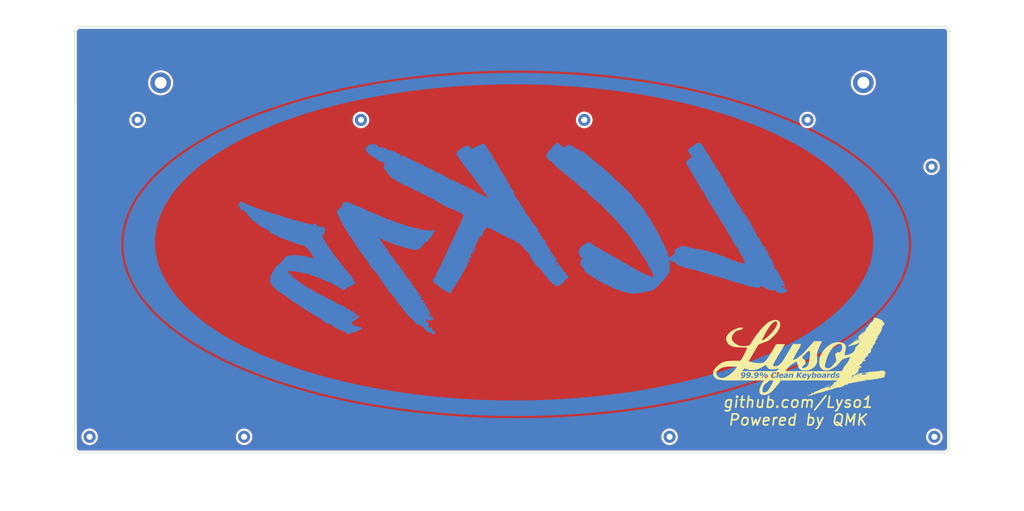
<source format=kicad_pcb>
(kicad_pcb (version 20171130) (host pcbnew "(5.1.9)-1")
  (layers (0 F.Cu signal) (31 B.Cu signal) (34 B.Paste user) (35 F.Paste user) (36 B.SilkS user) (37 F.SilkS user) (38 B.Mask user) (39 F.Mask user) (44 Edge.Cuts user))
  (net 0 "")
  (module silkart:lck (layer B.Cu) (at 125.2289 97.7985 180)
    (fp_text reference G*** hide)
    (fp_text value LOGO hide)
    (fp_poly (pts (xy 45.587822 11.470069) (xy 45.771642 11.3665) (xy 45.896167 11.217343) (xy 46.06659 10.981886) (xy 46.257912 10.698877) (xy 46.445127 10.407065) (xy 46.603235 10.145197) (xy 46.707232 9.952023) (xy 46.734703 9.87397) (xy 46.691441 9.723227) (xy 46.655146 9.655271) (xy 46.644274 9.564082) (xy 46.742444 9.458429) (xy 46.97216 9.31561) (xy 47.015642 9.291607) (xy 47.543798 8.947101) (xy 47.948035 8.548504) (xy 48.139833 8.282227) (xy 48.254408 8.087707) (xy 48.29548 7.935495) (xy 48.270675 7.7513) (xy 48.214788 7.552055) (xy 48.013328 6.971618) (xy 47.720399 6.271562) (xy 47.34443 5.468994) (xy 46.893852 4.581021) (xy 46.377093 3.624752) (xy 45.802583 2.617292) (xy 45.682578 2.413) (xy 45.390096 1.916948) (xy 45.113294 1.446504) (xy 44.868517 1.029525) (xy 44.672111 0.693868) (xy 44.540423 0.467392) (xy 44.515082 0.423333) (xy 44.397931 0.235765) (xy 44.200994 -0.060559) (xy 43.943723 -0.437187) (xy 43.64557 -0.865668) (xy 43.325986 -1.31755) (xy 43.2995 -1.354667) (xy 42.955018 -1.845347) (xy 42.609441 -2.352286) (xy 42.288688 -2.836414) (xy 42.01868 -3.25866) (xy 41.839033 -3.556) (xy 41.277239 -4.486549) (xy 40.64374 -5.458254) (xy 39.989128 -6.39515) (xy 39.597228 -6.922123) (xy 39.293759 -7.324237) (xy 38.969735 -7.762124) (xy 38.672746 -8.171115) (xy 38.523333 -8.381429) (xy 38.25104 -8.753374) (xy 37.921449 -9.179824) (xy 37.590358 -9.589249) (xy 37.465935 -9.736983) (xy 37.208687 -10.056481) (xy 36.988302 -10.364797) (xy 36.833836 -10.619391) (xy 36.781665 -10.738816) (xy 36.6376 -11.130188) (xy 36.431143 -11.528981) (xy 36.14827 -11.954215) (xy 35.774952 -12.424911) (xy 35.297165 -12.96009) (xy 34.700883 -13.578774) (xy 34.648747 -13.631334) (xy 34.227273 -14.062542) (xy 33.902935 -14.414701) (xy 33.647719 -14.722831) (xy 33.433613 -15.02195) (xy 33.232604 -15.34708) (xy 33.124914 -15.536334) (xy 32.153949 -17.152419) (xy 31.129654 -18.614733) (xy 30.243516 -19.705759) (xy 30.000199 -20.00119) (xy 29.8657 -20.210506) (xy 29.82377 -20.361753) (xy 29.830763 -20.418297) (xy 29.823098 -20.575813) (xy 29.704571 -20.760662) (xy 29.565577 -20.906382) (xy 29.39972 -21.0795) (xy 29.154009 -21.351202) (xy 28.856605 -21.689663) (xy 28.535669 -22.063056) (xy 28.395898 -22.228267) (xy 28.074841 -22.60116) (xy 27.764704 -22.946048) (xy 27.493311 -23.233053) (xy 27.288485 -23.432295) (xy 27.224935 -23.48575) (xy 27.029189 -23.655423) (xy 26.952749 -23.793176) (xy 26.962678 -23.933916) (xy 26.946239 -24.184739) (xy 26.801699 -24.485576) (xy 26.547523 -24.801633) (xy 26.453486 -24.893444) (xy 26.258103 -25.105582) (xy 26.060431 -25.365984) (xy 26.021731 -25.424456) (xy 25.850507 -25.640895) (xy 25.669527 -25.794648) (xy 25.617437 -25.82114) (xy 25.482377 -25.926086) (xy 25.288157 -26.146666) (xy 25.060531 -26.452013) (xy 24.931439 -26.643351) (xy 24.32491 -27.526287) (xy 23.675936 -28.384478) (xy 23.004761 -29.195287) (xy 22.331627 -29.93608) (xy 21.676778 -30.584221) (xy 21.060458 -31.117073) (xy 20.678886 -31.398498) (xy 20.409451 -31.587838) (xy 20.260725 -31.717205) (xy 20.208932 -31.814923) (xy 20.230292 -31.909318) (xy 20.237793 -31.923931) (xy 20.276732 -32.0522) (xy 20.196554 -32.140164) (xy 20.090573 -32.190677) (xy 19.87785 -32.266096) (xy 19.727333 -32.297893) (xy 19.637915 -32.360591) (xy 19.620478 -32.552169) (xy 19.622704 -32.58419) (xy 19.625086 -32.773088) (xy 19.562165 -32.841646) (xy 19.400055 -32.83798) (xy 19.211577 -32.858607) (xy 18.961611 -32.964278) (xy 18.620982 -33.167991) (xy 18.540728 -33.220765) (xy 18.209757 -33.429942) (xy 17.974505 -33.547922) (xy 17.79903 -33.589995) (xy 17.69111 -33.582189) (xy 17.443306 -33.596799) (xy 17.193379 -33.708238) (xy 16.994678 -33.880545) (xy 16.900551 -34.077757) (xy 16.898934 -34.116188) (xy 16.867403 -34.238379) (xy 16.750936 -34.392462) (xy 16.530434 -34.598989) (xy 16.200434 -34.867806) (xy 15.886531 -35.12842) (xy 15.650606 -35.352199) (xy 15.516185 -35.51565) (xy 15.494 -35.573211) (xy 15.421503 -35.748431) (xy 15.209244 -35.838069) (xy 14.865069 -35.839521) (xy 14.74102 -35.822968) (xy 14.446331 -35.791996) (xy 14.284482 -35.817327) (xy 14.24253 -35.855234) (xy 14.131767 -35.970628) (xy 13.952134 -36.10458) (xy 13.774526 -36.255246) (xy 13.674164 -36.4051) (xy 13.548327 -36.560282) (xy 13.340486 -36.606407) (xy 13.156525 -36.553597) (xy 12.954068 -36.417434) (xy 12.751349 -36.237831) (xy 12.594759 -36.060912) (xy 12.530686 -35.932801) (xy 12.530666 -35.931324) (xy 12.59114 -35.819456) (xy 12.744843 -35.653526) (xy 12.848166 -35.561651) (xy 13.083867 -35.392673) (xy 13.275307 -35.333554) (xy 13.410173 -35.344039) (xy 13.65742 -35.337683) (xy 13.790146 -35.215508) (xy 13.796439 -34.996401) (xy 13.735523 -34.828257) (xy 13.655771 -34.62934) (xy 13.663766 -34.487789) (xy 13.751016 -34.331618) (xy 13.861526 -34.196219) (xy 13.99839 -34.135332) (xy 14.223537 -34.12675) (xy 14.311323 -34.130722) (xy 14.639205 -34.119186) (xy 14.850782 -34.036363) (xy 14.883629 -34.009688) (xy 15.070216 -33.896786) (xy 15.204333 -33.86537) (xy 15.402596 -33.828081) (xy 15.479932 -33.792486) (xy 15.547691 -33.722938) (xy 15.472254 -33.674616) (xy 15.299309 -33.674773) (xy 15.232322 -33.70387) (xy 15.050465 -33.789182) (xy 14.951968 -33.749672) (xy 14.927224 -33.572785) (xy 14.952022 -33.3375) (xy 14.988542 -33.033297) (xy 15.006318 -32.761149) (xy 15.005795 -32.661275) (xy 15.042331 -32.493893) (xy 15.142402 -32.351304) (xy 15.263893 -32.269651) (xy 15.364692 -32.285078) (xy 15.391175 -32.330526) (xy 15.485496 -32.414022) (xy 15.628219 -32.418127) (xy 15.734566 -32.350013) (xy 15.748 -32.300334) (xy 15.782771 -32.189714) (xy 15.899339 -32.20273) (xy 16.067827 -32.305134) (xy 16.212209 -32.373612) (xy 16.253006 -32.333156) (xy 16.177113 -32.217968) (xy 16.12091 -32.16662) (xy 16.032331 -32.028819) (xy 16.022814 -31.799883) (xy 16.03311 -31.711753) (xy 16.054402 -31.518366) (xy 16.040985 -31.480285) (xy 16.001594 -31.5595) (xy 15.872111 -31.712278) (xy 15.750728 -31.75) (xy 15.613414 -31.726134) (xy 15.599231 -31.638597) (xy 15.707987 -31.463483) (xy 15.748 -31.411334) (xy 15.88955 -31.183669) (xy 15.887738 -31.04382) (xy 15.74229 -30.989051) (xy 15.705666 -30.988) (xy 15.535184 -31.031917) (xy 15.494 -31.138495) (xy 15.446876 -31.32461) (xy 15.372619 -31.462285) (xy 15.290999 -31.555009) (xy 15.183105 -31.597085) (xy 15.00135 -31.595621) (xy 14.716452 -31.56031) (xy 14.400588 -31.517752) (xy 14.126778 -31.48414) (xy 13.983149 -31.469353) (xy 13.827768 -31.406799) (xy 13.623475 -31.265535) (xy 13.419387 -31.08801) (xy 13.26462 -30.916667) (xy 13.208 -30.79948) (xy 13.277598 -30.720658) (xy 13.411442 -30.65246) (xy 13.590173 -30.558143) (xy 13.711166 -30.409677) (xy 13.806991 -30.159623) (xy 13.845745 -30.019863) (xy 13.938896 -29.778208) (xy 14.079367 -29.654341) (xy 14.163245 -29.624846) (xy 14.34459 -29.601112) (xy 14.380674 -29.662041) (xy 14.269805 -29.802511) (xy 14.233184 -29.836688) (xy 14.117132 -30.026159) (xy 14.117393 -30.151246) (xy 14.155007 -30.252708) (xy 14.217649 -30.252631) (xy 14.347309 -30.142839) (xy 14.395254 -30.097159) (xy 14.573336 -29.960491) (xy 14.678221 -29.955816) (xy 14.685375 -29.965058) (xy 14.792741 -30.051689) (xy 14.821663 -30.056667) (xy 14.898936 -30.000148) (xy 14.857973 -29.838309) (xy 14.703046 -29.582727) (xy 14.591218 -29.43241) (xy 14.546658 -29.370128) (xy 14.862946 -29.370128) (xy 14.901333 -29.421667) (xy 15.045481 -29.529258) (xy 15.123366 -29.548667) (xy 15.226561 -29.48067) (xy 15.24 -29.421667) (xy 15.165854 -29.319864) (xy 15.017966 -29.294667) (xy 14.868958 -29.308955) (xy 14.862946 -29.370128) (xy 14.546658 -29.370128) (xy 14.416284 -29.187907) (xy 14.349174 -29.032995) (xy 14.3773 -28.938206) (xy 14.379234 -28.936232) (xy 14.481176 -28.894462) (xy 14.595463 -28.998596) (xy 14.598635 -29.002884) (xy 14.693785 -29.114068) (xy 14.747301 -29.088803) (xy 14.777344 -29.0195) (xy 14.804635 -28.869237) (xy 14.749841 -28.70219) (xy 14.626705 -28.504269) (xy 14.587729 -28.415258) (xy 14.612302 -28.316458) (xy 14.719664 -28.178258) (xy 14.929056 -27.971048) (xy 15.041243 -27.866329) (xy 15.301046 -27.616846) (xy 15.452754 -27.441321) (xy 15.518951 -27.306024) (xy 15.522218 -27.177223) (xy 15.518206 -27.153893) (xy 15.502862 -26.977125) (xy 15.569665 -26.933584) (xy 15.745217 -27.007195) (xy 15.753566 -27.011646) (xy 15.874444 -27.053109) (xy 15.914706 -26.970232) (xy 15.917333 -26.888853) (xy 15.865578 -26.696864) (xy 15.777253 -26.600021) (xy 15.67551 -26.479105) (xy 15.700539 -26.350752) (xy 15.822877 -26.272838) (xy 15.941709 -26.276928) (xy 16.129844 -26.263197) (xy 16.233882 -26.136521) (xy 16.239281 -25.938344) (xy 16.137629 -25.718541) (xy 16.033031 -25.530031) (xy 16.060287 -25.419657) (xy 16.231737 -25.372788) (xy 16.431915 -25.369587) (xy 16.65633 -25.35964) (xy 16.768382 -25.295854) (xy 16.816615 -25.17751) (xy 16.912135 -25.024487) (xy 17.054026 -24.978801) (xy 17.178797 -25.048875) (xy 17.213637 -25.124834) (xy 17.234442 -25.131834) (xy 17.249038 -24.99926) (xy 17.253738 -24.807334) (xy 17.247805 -24.562758) (xy 17.227588 -24.483871) (xy 17.196348 -24.552889) (xy 17.104059 -24.722284) (xy 17.001297 -24.790356) (xy 16.91404 -24.77375) (xy 16.8786 -24.65442) (xy 16.878009 -24.467375) (xy 16.891 -24.11815) (xy 17.243815 -24.170544) (xy 17.473236 -24.192828) (xy 17.591059 -24.159263) (xy 17.650187 -24.054142) (xy 17.651687 -24.049469) (xy 17.728571 -23.910439) (xy 17.787879 -23.876) (xy 17.807597 -23.81153) (xy 17.752503 -23.65248) (xy 17.732937 -23.612856) (xy 17.661365 -23.453631) (xy 17.643959 -23.3131) (xy 17.684301 -23.131565) (xy 17.777386 -22.872022) (xy 17.941323 -22.479008) (xy 18.083361 -22.236013) (xy 18.215472 -22.127145) (xy 18.335801 -22.130716) (xy 18.42635 -22.212847) (xy 18.395647 -22.289502) (xy 18.353474 -22.445701) (xy 18.369726 -22.606) (xy 18.424562 -22.817667) (xy 18.477011 -22.620832) (xy 18.538309 -22.484268) (xy 18.646156 -22.488693) (xy 18.699925 -22.515228) (xy 18.856184 -22.562469) (xy 18.932852 -22.505393) (xy 18.934497 -22.397266) (xy 18.896789 -22.371486) (xy 18.761597 -22.29678) (xy 18.609677 -22.185935) (xy 18.482106 -22.05253) (xy 18.480867 -21.913411) (xy 18.520998 -21.813949) (xy 18.673625 -21.628648) (xy 18.843783 -21.538733) (xy 18.999842 -21.473414) (xy 19.034817 -21.349117) (xy 19.01877 -21.243354) (xy 19.011662 -21.055584) (xy 19.114896 -20.936758) (xy 19.200941 -20.889139) (xy 19.356196 -20.776892) (xy 19.407565 -20.667554) (xy 19.407461 -20.667066) (xy 19.451561 -20.545735) (xy 19.590579 -20.397385) (xy 19.601978 -20.388246) (xy 19.772642 -20.220265) (xy 19.975739 -19.973932) (xy 20.098608 -19.803065) (xy 20.254862 -19.592372) (xy 20.378155 -19.464685) (xy 20.433258 -19.44548) (xy 20.479939 -19.427111) (xy 20.489333 -19.35624) (xy 20.557866 -19.08363) (xy 20.732256 -18.808642) (xy 20.965689 -18.602148) (xy 21.000188 -18.582857) (xy 21.167175 -18.475524) (xy 21.201204 -18.372705) (xy 21.16958 -18.293445) (xy 21.1402 -18.132873) (xy 21.163088 -17.922353) (xy 21.222698 -17.728447) (xy 21.303487 -17.617718) (xy 21.329033 -17.610667) (xy 21.423856 -17.558927) (xy 21.591836 -17.428388) (xy 21.674666 -17.356667) (xy 21.860777 -17.203235) (xy 21.997951 -17.112866) (xy 22.028904 -17.102667) (xy 22.070503 -17.029094) (xy 22.078664 -16.849736) (xy 22.077155 -16.8275) (xy 22.081171 -16.634735) (xy 22.151615 -16.559353) (xy 22.225 -16.550983) (xy 22.411068 -16.510661) (xy 22.64479 -16.413633) (xy 22.677098 -16.396713) (xy 22.854952 -16.290377) (xy 22.902485 -16.211441) (xy 22.841895 -16.113738) (xy 22.823223 -16.092808) (xy 22.739647 -15.920663) (xy 22.761116 -15.757396) (xy 22.87448 -15.667061) (xy 22.911391 -15.663334) (xy 23.01573 -15.731303) (xy 23.029333 -15.790334) (xy 23.070238 -15.903075) (xy 23.104941 -15.917334) (xy 23.204908 -15.849055) (xy 23.23618 -15.689883) (xy 23.187239 -15.508312) (xy 23.176744 -15.49036) (xy 23.126438 -15.289251) (xy 23.205053 -15.124894) (xy 23.379573 -15.05157) (xy 23.441662 -15.054822) (xy 23.583776 -15.040748) (xy 23.622 -14.990812) (xy 23.664553 -14.885521) (xy 23.673735 -14.868537) (xy 23.820437 -14.868537) (xy 23.833666 -14.901334) (xy 23.909748 -14.982104) (xy 23.92333 -14.986) (xy 23.959695 -14.920494) (xy 23.960666 -14.901334) (xy 23.895578 -14.81992) (xy 23.871003 -14.816667) (xy 23.820437 -14.868537) (xy 23.673735 -14.868537) (xy 23.780143 -14.671731) (xy 23.950667 -14.378433) (xy 24.158022 -14.034617) (xy 24.384105 -13.669275) (xy 24.610812 -13.311397) (xy 24.82004 -12.989975) (xy 24.993686 -12.733999) (xy 25.018934 -12.7) (xy 25.206134 -12.7) (xy 25.210219 -12.835584) (xy 25.32028 -12.869334) (xy 25.483502 -12.801244) (xy 25.569333 -12.7) (xy 25.61436 -12.574151) (xy 25.533753 -12.533177) (xy 25.455187 -12.530667) (xy 25.266968 -12.593466) (xy 25.206134 -12.7) (xy 25.018934 -12.7) (xy 25.113647 -12.57246) (xy 25.158225 -12.530667) (xy 25.222546 -12.461914) (xy 25.230666 -12.403667) (xy 25.654 -12.403667) (xy 25.696333 -12.446) (xy 25.738666 -12.403667) (xy 25.696333 -12.361334) (xy 25.654 -12.403667) (xy 25.230666 -12.403667) (xy 25.304834 -12.301879) (xy 25.453154 -12.276667) (xy 25.593648 -12.264196) (xy 25.646004 -12.194993) (xy 25.63442 -12.021374) (xy 25.62233 -11.943273) (xy 25.601075 -11.774127) (xy 25.619335 -11.649906) (xy 25.702218 -11.533007) (xy 25.874833 -11.38583) (xy 26.114579 -11.206084) (xy 26.388495 -10.988732) (xy 26.61571 -10.781906) (xy 26.753692 -10.624869) (xy 26.76576 -10.604938) (xy 26.875711 -10.46749) (xy 27.035147 -10.446716) (xy 27.119949 -10.462179) (xy 27.287651 -10.483436) (xy 27.317227 -10.437158) (xy 27.30572 -10.415166) (xy 27.265725 -10.268556) (xy 27.247455 -10.037009) (xy 27.247426 -9.987244) (xy 27.309301 -9.591877) (xy 27.47057 -9.289894) (xy 27.712652 -9.106511) (xy 27.9292 -9.062026) (xy 28.065612 -9.044198) (xy 28.05701 -8.974421) (xy 28.022271 -8.929447) (xy 27.95724 -8.79459) (xy 28.006333 -8.628624) (xy 28.020429 -8.601583) (xy 28.142577 -8.436121) (xy 28.332131 -8.242537) (xy 28.548944 -8.054263) (xy 28.752871 -7.904734) (xy 28.903766 -7.827381) (xy 28.949648 -7.827742) (xy 29.018537 -7.790546) (xy 29.079605 -7.635103) (xy 29.081994 -7.624577) (xy 29.173695 -7.424105) (xy 29.30055 -7.321799) (xy 29.436093 -7.240494) (xy 29.451878 -7.153282) (xy 29.338899 -7.112006) (xy 29.337 -7.112) (xy 29.225575 -7.058501) (xy 29.222385 -6.924903) (xy 29.31664 -6.751555) (xy 29.475095 -6.595497) (xy 29.667984 -6.464799) (xy 29.813652 -6.395625) (xy 29.834928 -6.392334) (xy 29.974668 -6.323767) (xy 30.017813 -6.141802) (xy 30.000248 -6.027694) (xy 30.025442 -5.830896) (xy 30.155026 -5.617067) (xy 30.341707 -5.439862) (xy 30.538191 -5.352939) (xy 30.595013 -5.352897) (xy 30.714683 -5.333181) (xy 30.762405 -5.200249) (xy 30.767498 -5.122304) (xy 30.81652 -4.940378) (xy 30.959395 -4.676713) (xy 31.205076 -4.316367) (xy 31.4325 -4.012304) (xy 31.6805 -3.682478) (xy 31.885559 -3.397748) (xy 32.027948 -3.186391) (xy 32.087941 -3.076686) (xy 32.088666 -3.071753) (xy 32.140694 -2.966624) (xy 32.275263 -2.782262) (xy 32.414252 -2.61542) (xy 32.584154 -2.397985) (xy 32.687418 -2.219429) (xy 32.703529 -2.137834) (xy 32.721668 -2.042127) (xy 32.755965 -2.032) (xy 32.851206 -1.970455) (xy 32.949898 -1.83474) (xy 33.006337 -1.698235) (xy 32.998117 -1.643229) (xy 32.912445 -1.663363) (xy 32.705321 -1.744439) (xy 32.40768 -1.873562) (xy 32.05046 -2.037842) (xy 32.044992 -2.04042) (xy 31.543137 -2.267272) (xy 30.908867 -2.538194) (xy 30.169886 -2.842154) (xy 29.353896 -3.168118) (xy 28.488598 -3.505054) (xy 27.601697 -3.841929) (xy 26.720894 -4.167709) (xy 26.524783 -4.238933) (xy 26.106301 -4.383604) (xy 25.604281 -4.546242) (xy 25.041077 -4.720643) (xy 24.439045 -4.900607) (xy 23.820538 -5.079932) (xy 23.207911 -5.252417) (xy 22.623518 -5.411861) (xy 22.089714 -5.552061) (xy 21.628854 -5.666817) (xy 21.263291 -5.749927) (xy 21.01538 -5.79519) (xy 20.908357 -5.797004) (xy 20.785723 -5.792183) (xy 20.564203 -5.836799) (xy 20.407625 -5.883351) (xy 20.111734 -5.962576) (xy 19.842922 -5.977431) (xy 19.508558 -5.932788) (xy 19.499361 -5.931099) (xy 18.908833 -5.767093) (xy 18.377012 -5.513656) (xy 17.950484 -5.194543) (xy 17.851073 -5.090753) (xy 17.574591 -4.772645) (xy 17.379063 -4.538082) (xy 17.232557 -4.344393) (xy 17.103141 -4.148907) (xy 16.958882 -3.908955) (xy 16.930809 -3.861056) (xy 16.740475 -3.563981) (xy 16.580675 -3.390543) (xy 16.41872 -3.307294) (xy 16.380476 -3.297952) (xy 15.912846 -3.120623) (xy 15.467154 -2.801396) (xy 15.074993 -2.367433) (xy 14.822383 -1.958539) (xy 14.695094 -1.74643) (xy 14.581021 -1.663936) (xy 14.473688 -1.669929) (xy 14.336806 -1.672643) (xy 14.318837 -1.599038) (xy 14.282931 -1.488522) (xy 14.168559 -1.267218) (xy 13.992263 -0.964508) (xy 13.770586 -0.609771) (xy 13.70452 -0.508) (xy 13.377979 -0.00758) (xy 13.135103 0.370312) (xy 12.966045 0.644319) (xy 12.860958 0.833083) (xy 12.809993 0.955247) (xy 12.803303 1.029453) (xy 12.83104 1.074343) (xy 12.858337 1.093871) (xy 12.980113 1.117009) (xy 13.237949 1.132974) (xy 13.598681 1.14075) (xy 14.029146 1.13932) (xy 14.223566 1.135712) (xy 14.883975 1.130096) (xy 15.438314 1.149613) (xy 15.948485 1.197986) (xy 16.40824 1.267067) (xy 16.802658 1.328123) (xy 17.149146 1.369657) (xy 17.405577 1.387338) (xy 17.518404 1.381185) (xy 17.712927 1.384878) (xy 17.949617 1.45582) (xy 17.97019 1.465194) (xy 18.240901 1.567827) (xy 18.649614 1.689341) (xy 19.167075 1.822162) (xy 19.764031 1.958715) (xy 20.32 2.073619) (xy 20.681917 2.154192) (xy 21.006601 2.242926) (xy 21.237257 2.323837) (xy 21.277717 2.343161) (xy 21.50839 2.420215) (xy 21.709611 2.42242) (xy 21.89826 2.43139) (xy 22.208488 2.512947) (xy 22.612594 2.65974) (xy 22.629484 2.666528) (xy 22.882287 2.763039) (xy 23.271373 2.904513) (xy 23.772362 3.082412) (xy 24.360878 3.2882) (xy 25.012542 3.513339) (xy 25.702975 3.749295) (xy 26.256885 3.936752) (xy 26.929463 4.165589) (xy 27.554984 4.38272) (xy 28.114304 4.581172) (xy 28.58828 4.753972) (xy 28.95777 4.894148) (xy 29.20363 4.994727) (xy 29.304937 5.046961) (xy 29.530139 5.178545) (xy 29.819619 5.259352) (xy 30.098166 5.274558) (xy 30.254474 5.234094) (xy 30.373204 5.186323) (xy 30.38179 5.24525) (xy 30.372162 5.272261) (xy 30.391988 5.317566) (xy 30.485324 5.387648) (xy 30.663107 5.487603) (xy 30.936272 5.622523) (xy 31.315758 5.797503) (xy 31.8125 6.017635) (xy 32.437436 6.288015) (xy 33.201503 6.613736) (xy 33.756373 6.848444) (xy 34.47962 7.151798) (xy 35.160115 7.433601) (xy 35.780913 7.687098) (xy 36.325071 7.905535) (xy 36.775642 8.082155) (xy 37.115683 8.210203) (xy 37.328248 8.282925) (xy 37.390716 8.297333) (xy 37.550849 8.341598) (xy 37.592 8.419336) (xy 37.652407 8.571536) (xy 37.790816 8.604599) (xy 37.879895 8.558336) (xy 37.983523 8.530684) (xy 38.13219 8.610853) (xy 38.292316 8.750234) (xy 38.49297 8.896495) (xy 38.789753 9.063855) (xy 39.13194 9.229074) (xy 39.468809 9.368912) (xy 39.749638 9.46013) (xy 39.89094 9.482666) (xy 40.015977 9.528103) (xy 40.196859 9.637908) (xy 40.203596 9.642677) (xy 40.384695 9.738777) (xy 40.677747 9.859639) (xy 41.031502 9.984874) (xy 41.190333 10.035241) (xy 41.535806 10.150728) (xy 41.824402 10.265743) (xy 42.013495 10.362442) (xy 42.057181 10.398065) (xy 42.157242 10.480827) (xy 42.286703 10.458246) (xy 42.374553 10.414596) (xy 42.5239 10.341098) (xy 42.608583 10.352072) (xy 42.681417 10.474754) (xy 42.736136 10.601052) (xy 42.894019 10.810667) (xy 43.185605 11.000591) (xy 43.622919 11.176916) (xy 44.192854 11.339515) (xy 44.796356 11.466165) (xy 45.259114 11.509645) (xy 45.587822 11.470069)) (layer B.Cu) (width 0.01))
    (fp_poly (pts (xy 83.365262 11.629177) (xy 83.393921 11.602078) (xy 83.504305 11.432745) (xy 83.62531 11.162198) (xy 83.733277 10.855054) (xy 83.80455 10.575927) (xy 83.82 10.438309) (xy 83.888226 10.310897) (xy 83.947 10.275284) (xy 84.056264 10.195005) (xy 84.037823 10.073608) (xy 83.884541 9.893699) (xy 83.735333 9.759358) (xy 83.542029 9.564587) (xy 83.419419 9.384705) (xy 83.396666 9.306736) (xy 83.363331 9.172726) (xy 83.319926 9.144) (xy 83.274791 9.077155) (xy 83.28445 8.986206) (xy 83.246489 8.805627) (xy 83.095772 8.647539) (xy 82.864239 8.502455) (xy 82.704413 8.478835) (xy 82.635866 8.578549) (xy 82.634666 8.603519) (xy 82.596203 8.651657) (xy 82.471947 8.583054) (xy 82.297484 8.435747) (xy 82.028157 8.219953) (xy 81.69717 7.991655) (xy 81.486388 7.863663) (xy 81.220291 7.700695) (xy 81.083494 7.577332) (xy 81.049464 7.466921) (xy 81.055673 7.431004) (xy 81.028735 7.26168) (xy 80.857684 7.055379) (xy 80.8094 7.011644) (xy 80.575059 6.764907) (xy 80.365666 6.479879) (xy 80.333336 6.425491) (xy 80.14968 6.175077) (xy 79.926453 5.967467) (xy 79.8715 5.9311) (xy 79.634891 5.721225) (xy 79.50353 5.42435) (xy 79.422629 5.211753) (xy 79.330707 5.090672) (xy 79.30066 5.08) (xy 79.18789 5.010847) (xy 79.094072 4.868333) (xy 78.981455 4.711886) (xy 78.871687 4.656666) (xy 78.710011 4.621283) (xy 78.486847 4.534695) (xy 78.26524 4.426243) (xy 78.108234 4.32527) (xy 78.072781 4.284844) (xy 78.001203 4.182859) (xy 77.853648 4.005117) (xy 77.746062 3.883378) (xy 77.544874 3.684611) (xy 77.390504 3.602364) (xy 77.249114 3.608212) (xy 77.091661 3.617759) (xy 77.046666 3.526798) (xy 76.982822 3.383246) (xy 76.856166 3.260318) (xy 76.707436 3.155079) (xy 76.460334 2.979799) (xy 76.154473 2.762589) (xy 75.946 2.614423) (xy 75.448113 2.284727) (xy 74.924247 1.979831) (xy 74.41267 1.71903) (xy 73.951651 1.521615) (xy 73.579458 1.406881) (xy 73.533 1.397881) (xy 73.244112 1.322103) (xy 72.982609 1.213909) (xy 72.955451 1.198732) (xy 72.788976 1.067603) (xy 72.749834 0.913791) (xy 72.761193 0.833707) (xy 72.769367 0.718604) (xy 72.725609 0.61487) (xy 72.604828 0.49561) (xy 72.381933 0.333928) (xy 72.153408 0.182217) (xy 71.724312 -0.084408) (xy 71.304797 -0.319888) (xy 70.927509 -0.507926) (xy 70.625097 -0.63223) (xy 70.432918 -0.676506) (xy 70.270085 -0.726764) (xy 70.094251 -0.835235) (xy 69.812372 -1.019923) (xy 69.419148 -1.231252) (xy 68.965144 -1.446265) (xy 68.500923 -1.642007) (xy 68.077047 -1.795521) (xy 67.818 -1.868685) (xy 67.638395 -1.923624) (xy 67.33714 -2.030696) (xy 66.948918 -2.176965) (xy 66.508411 -2.349497) (xy 66.251666 -2.452826) (xy 65.327832 -2.819937) (xy 64.443495 -3.155038) (xy 63.613931 -3.453273) (xy 62.854415 -3.709785) (xy 62.180223 -3.919718) (xy 61.60663 -4.078215) (xy 61.148911 -4.180421) (xy 60.822342 -4.22148) (xy 60.704606 -4.21631) (xy 60.539576 -4.251722) (xy 60.287975 -4.375948) (xy 59.987861 -4.563166) (xy 59.677293 -4.787554) (xy 59.394328 -5.023288) (xy 59.177022 -5.244547) (xy 59.16176 -5.263148) (xy 58.957061 -5.511225) (xy 58.699701 -5.814436) (xy 58.477965 -6.069899) (xy 58.211758 -6.392645) (xy 57.938965 -6.754938) (xy 57.761661 -7.013174) (xy 57.583988 -7.300402) (xy 57.385484 -7.638607) (xy 57.184657 -7.993962) (xy 57.000015 -8.332644) (xy 56.850067 -8.620826) (xy 56.753322 -8.824685) (xy 56.726666 -8.904681) (xy 56.749 -8.948995) (xy 56.828083 -8.965646) (xy 56.982038 -8.95113) (xy 57.228988 -8.901941) (xy 57.587057 -8.814577) (xy 58.074367 -8.685532) (xy 58.588322 -8.544715) (xy 59.274984 -8.36173) (xy 59.846331 -8.226504) (xy 60.346643 -8.130197) (xy 60.8202 -8.063972) (xy 61.165765 -8.030259) (xy 61.595298 -7.994527) (xy 61.990777 -7.961246) (xy 62.305924 -7.934334) (xy 62.484 -7.918671) (xy 63.365581 -7.851223) (xy 64.114978 -7.821545) (xy 64.722918 -7.829644) (xy 65.180128 -7.875528) (xy 65.362666 -7.916483) (xy 65.695203 -8.007725) (xy 66.023725 -8.087501) (xy 66.167 -8.117507) (xy 66.432813 -8.183127) (xy 66.6532 -8.262759) (xy 66.682302 -8.277289) (xy 66.905494 -8.447501) (xy 67.170428 -8.722975) (xy 67.439052 -9.059617) (xy 67.673316 -9.413333) (xy 67.695102 -9.45095) (xy 67.846704 -9.702284) (xy 68.004889 -9.924184) (xy 68.194208 -10.142063) (xy 68.439211 -10.381336) (xy 68.764449 -10.667413) (xy 69.19447 -11.02571) (xy 69.299666 -11.111919) (xy 69.646333 -11.399481) (xy 69.918562 -11.640572) (xy 70.145496 -11.868644) (xy 70.356275 -12.117152) (xy 70.580039 -12.419548) (xy 70.84593 -12.809286) (xy 71.060304 -13.13312) (xy 71.326638 -13.545304) (xy 71.554692 -13.913063) (xy 71.729888 -14.211657) (xy 71.837649 -14.416349) (xy 71.865152 -14.499022) (xy 71.894124 -14.633829) (xy 71.997078 -14.826572) (xy 72.019303 -14.859261) (xy 72.226358 -15.182137) (xy 72.370578 -15.465066) (xy 72.436228 -15.673505) (xy 72.427638 -15.755597) (xy 72.419821 -15.887838) (xy 72.475117 -16.087625) (xy 72.478734 -16.096487) (xy 72.539199 -16.305359) (xy 72.499714 -16.433071) (xy 72.486889 -16.446977) (xy 72.395618 -16.60503) (xy 72.43329 -16.726877) (xy 72.550333 -16.764) (xy 72.64769 -16.782009) (xy 72.675355 -16.865763) (xy 72.644018 -17.059854) (xy 72.633097 -17.109236) (xy 72.536525 -17.412272) (xy 72.375389 -17.783822) (xy 72.168465 -18.192392) (xy 71.934531 -18.606486) (xy 71.692362 -18.994611) (xy 71.460736 -19.325271) (xy 71.258429 -19.566973) (xy 71.104216 -19.68822) (xy 71.093192 -19.692193) (xy 70.705493 -19.896415) (xy 70.333589 -20.258886) (xy 70.156937 -20.496964) (xy 70.001781 -20.709621) (xy 69.881934 -20.841523) (xy 69.83078 -20.865225) (xy 69.748464 -20.894093) (xy 69.547964 -21.002644) (xy 69.252393 -21.177239) (xy 68.884863 -21.404239) (xy 68.483538 -21.660259) (xy 68.04102 -21.944278) (xy 67.622583 -22.208474) (xy 67.258924 -22.433793) (xy 66.980744 -22.601179) (xy 66.836817 -22.682432) (xy 66.65219 -22.799597) (xy 66.371171 -23.003796) (xy 66.025209 -23.27102) (xy 65.645755 -23.577263) (xy 65.439817 -23.748869) (xy 65.080503 -24.04514) (xy 64.762139 -24.295086) (xy 64.508463 -24.481055) (xy 64.343214 -24.585392) (xy 64.294039 -24.600932) (xy 64.186056 -24.639605) (xy 64.043611 -24.778657) (xy 64.019385 -24.810042) (xy 63.808043 -25.004587) (xy 63.550699 -25.132882) (xy 63.548775 -25.133417) (xy 63.26154 -25.252087) (xy 62.898475 -25.458869) (xy 62.50518 -25.723853) (xy 62.127252 -26.017131) (xy 61.916118 -26.204334) (xy 61.691781 -26.383355) (xy 61.363071 -26.604624) (xy 60.978261 -26.837087) (xy 60.667381 -27.007681) (xy 60.239895 -27.245516) (xy 59.74044 -27.546314) (xy 59.232137 -27.87094) (xy 58.791842 -28.170508) (xy 58.435723 -28.417276) (xy 58.12773 -28.62008) (xy 57.894153 -28.762416) (xy 57.761285 -28.827779) (xy 57.742769 -28.829063) (xy 57.650988 -28.859961) (xy 57.483657 -28.981712) (xy 57.350855 -29.099229) (xy 57.141946 -29.260294) (xy 56.823412 -29.462674) (xy 56.440487 -29.679187) (xy 56.081663 -29.86199) (xy 55.703173 -30.051671) (xy 55.370497 -30.232285) (xy 55.119813 -30.383279) (xy 54.987958 -30.483361) (xy 54.818442 -30.598273) (xy 54.691617 -30.606032) (xy 54.530476 -30.638303) (xy 54.411087 -30.76875) (xy 54.277836 -30.915726) (xy 54.047847 -31.117313) (xy 53.765794 -31.334972) (xy 53.701431 -31.381017) (xy 53.368234 -31.623889) (xy 53.031691 -31.882285) (xy 52.761282 -32.102769) (xy 52.747333 -32.11479) (xy 52.237669 -32.495462) (xy 51.771409 -32.715998) (xy 51.344675 -32.778649) (xy 51.022767 -32.831245) (xy 50.629991 -32.996355) (xy 50.201185 -33.25421) (xy 49.77119 -33.585037) (xy 49.527685 -33.80977) (xy 49.261234 -34.048859) (xy 49.042303 -34.177839) (xy 48.8223 -34.225623) (xy 48.621662 -34.262491) (xy 48.51804 -34.325497) (xy 48.514169 -34.340378) (xy 48.438916 -34.505256) (xy 48.249309 -34.650404) (xy 47.998655 -34.757073) (xy 47.74026 -34.80652) (xy 47.527429 -34.779996) (xy 47.441943 -34.71745) (xy 47.363751 -34.649234) (xy 47.294277 -34.708286) (xy 47.234759 -34.826804) (xy 47.03982 -35.067849) (xy 46.712264 -35.265767) (xy 46.286783 -35.403518) (xy 45.957044 -35.454326) (xy 45.678573 -35.487346) (xy 45.536663 -35.530588) (xy 45.498577 -35.597616) (xy 45.507094 -35.640764) (xy 45.493657 -35.723859) (xy 45.389457 -35.825029) (xy 45.173829 -35.958921) (xy 44.826106 -36.140183) (xy 44.747503 -36.179164) (xy 44.409378 -36.342651) (xy 44.126214 -36.473415) (xy 43.933014 -36.55566) (xy 43.868191 -36.576) (xy 43.757257 -36.518074) (xy 43.688848 -36.450023) (xy 43.447102 -36.249303) (xy 43.10413 -36.075) (xy 42.714965 -35.944305) (xy 42.334638 -35.874407) (xy 42.018181 -35.882498) (xy 41.940594 -35.903919) (xy 41.798367 -35.903724) (xy 41.592168 -35.806595) (xy 41.296313 -35.600747) (xy 40.953758 -35.377263) (xy 40.561642 -35.172722) (xy 40.283188 -35.059651) (xy 39.835087 -34.889911) (xy 39.49147 -34.717986) (xy 39.273126 -34.556114) (xy 39.200666 -34.422312) (xy 39.229923 -34.374667) (xy 40.470666 -34.374667) (xy 40.502835 -34.512298) (xy 40.547406 -34.544) (xy 40.590958 -34.476574) (xy 40.579865 -34.374667) (xy 40.530714 -34.237885) (xy 40.503125 -34.205334) (xy 40.476706 -34.276583) (xy 40.470666 -34.374667) (xy 39.229923 -34.374667) (xy 39.266099 -34.315757) (xy 39.428802 -34.164203) (xy 39.5329 -34.085389) (xy 40.047333 -34.085389) (xy 40.096686 -34.178107) (xy 40.198237 -34.163323) (xy 40.28193 -34.051875) (xy 40.245081 -33.965509) (xy 40.181388 -33.951334) (xy 40.064756 -34.019503) (xy 40.047333 -34.085389) (xy 39.5329 -34.085389) (xy 39.638379 -34.00553) (xy 39.844438 -33.877619) (xy 39.996584 -33.81835) (xy 40.005 -33.817706) (xy 40.137176 -33.784929) (xy 40.337262 -33.710246) (xy 40.339653 -33.709239) (xy 40.57781 -33.652958) (xy 40.900805 -33.631445) (xy 41.076711 -33.636806) (xy 41.404952 -33.641349) (xy 41.576416 -33.599072) (xy 41.603054 -33.567457) (xy 41.706584 -33.498454) (xy 41.856999 -33.488683) (xy 42.058156 -33.463534) (xy 42.170536 -33.393124) (xy 42.32681 -33.288758) (xy 42.4072 -33.272704) (xy 42.495501 -33.256828) (xy 42.426829 -33.196582) (xy 42.343312 -33.077683) (xy 42.400108 -32.949108) (xy 42.57443 -32.846692) (xy 42.664723 -32.822489) (xy 42.85033 -32.759493) (xy 42.919039 -32.633865) (xy 42.926 -32.514117) (xy 42.899326 -32.3349) (xy 42.834978 -32.258049) (xy 42.833158 -32.258) (xy 42.723378 -32.205694) (xy 42.53607 -32.070497) (xy 42.37115 -31.933046) (xy 42.149422 -31.751577) (xy 41.832488 -31.509731) (xy 41.46574 -31.241497) (xy 41.155604 -31.022879) (xy 40.799204 -30.773808) (xy 40.559835 -30.594699) (xy 40.414109 -30.46088) (xy 40.338639 -30.347678) (xy 40.310035 -30.230422) (xy 40.30528 -30.125872) (xy 40.349172 -29.872447) (xy 40.495589 -29.74821) (xy 40.75448 -29.746521) (xy 40.844466 -29.766092) (xy 41.00905 -29.782721) (xy 41.062507 -29.706054) (xy 41.063333 -29.684845) (xy 41.116649 -29.570405) (xy 41.232375 -29.558958) (xy 41.344177 -29.643505) (xy 41.377467 -29.718) (xy 41.448566 -29.855345) (xy 41.506151 -29.887334) (xy 41.555511 -29.959168) (xy 41.555084 -30.12899) (xy 41.556387 -30.311665) (xy 41.660315 -30.417624) (xy 41.767519 -30.464219) (xy 41.944861 -30.568184) (xy 41.965368 -30.688229) (xy 41.94149 -30.804777) (xy 41.995302 -30.799136) (xy 42.104823 -30.68601) (xy 42.207264 -30.541437) (xy 42.59094 -30.541437) (xy 42.596447 -30.679529) (xy 42.662102 -30.824949) (xy 42.734794 -30.892776) (xy 42.872383 -30.951212) (xy 42.904366 -30.899328) (xy 42.839072 -30.720645) (xy 42.830913 -30.702608) (xy 42.736007 -30.542326) (xy 42.658409 -30.48) (xy 42.59094 -30.541437) (xy 42.207264 -30.541437) (xy 42.2275 -30.512879) (xy 42.371804 -30.262546) (xy 42.404206 -30.13268) (xy 42.3233 -30.115435) (xy 42.168204 -30.181493) (xy 41.977362 -30.270431) (xy 41.85416 -30.310487) (xy 41.850209 -30.310667) (xy 41.773833 -30.237598) (xy 41.667205 -30.049239) (xy 41.550792 -29.791856) (xy 41.506939 -29.675667) (xy 41.994666 -29.675667) (xy 42.040384 -29.788339) (xy 42.079333 -29.802667) (xy 42.154447 -29.73409) (xy 42.164 -29.675667) (xy 42.118282 -29.562995) (xy 42.079333 -29.548667) (xy 42.004218 -29.617243) (xy 41.994666 -29.675667) (xy 41.506939 -29.675667) (xy 41.44506 -29.511719) (xy 41.370475 -29.255095) (xy 41.359209 -29.200657) (xy 41.355497 -28.95359) (xy 41.445498 -28.833566) (xy 41.611917 -28.854528) (xy 41.71127 -28.916789) (xy 41.871074 -29.007406) (xy 42.001363 -29.035919) (xy 42.052418 -28.996411) (xy 42.036694 -28.955507) (xy 42.029062 -28.826868) (xy 42.076898 -28.616731) (xy 42.094233 -28.565676) (xy 42.169011 -28.383237) (xy 42.256626 -28.299114) (xy 42.413859 -28.283937) (xy 42.608255 -28.29981) (xy 42.913803 -28.29936) (xy 43.135712 -28.241796) (xy 43.244108 -28.140065) (xy 43.226749 -28.031812) (xy 43.237604 -27.931019) (xy 43.340814 -27.882093) (xy 43.477079 -27.791929) (xy 43.518606 -27.592552) (xy 43.518666 -27.581092) (xy 43.530719 -27.413823) (xy 43.582318 -27.387903) (xy 43.645666 -27.432) (xy 43.753257 -27.576148) (xy 43.772666 -27.654034) (xy 43.808272 -27.765457) (xy 43.895681 -27.745465) (xy 44.005782 -27.611392) (xy 44.074456 -27.474334) (xy 44.208354 -27.268991) (xy 44.367495 -27.175542) (xy 44.511225 -27.204397) (xy 44.593269 -27.341477) (xy 44.70128 -27.516676) (xy 44.872396 -27.550303) (xy 44.965677 -27.51013) (xy 45.03188 -27.447056) (xy 44.979166 -27.433297) (xy 44.902298 -27.357968) (xy 44.873333 -27.182801) (xy 44.948971 -26.92687) (xy 45.152842 -26.746512) (xy 45.450379 -26.670714) (xy 45.484838 -26.67) (xy 45.654891 -26.645546) (xy 45.72 -26.591381) (xy 45.794041 -26.427213) (xy 45.976129 -26.31787) (xy 46.206204 -26.297796) (xy 46.225832 -26.301267) (xy 46.39447 -26.321294) (xy 46.441469 -26.266452) (xy 46.424348 -26.171495) (xy 46.416075 -26.048534) (xy 46.50611 -25.994346) (xy 46.662625 -25.979252) (xy 46.906632 -25.973427) (xy 47.094971 -25.978182) (xy 47.095833 -25.978254) (xy 47.221151 -25.958133) (xy 47.244 -25.925257) (xy 47.302391 -25.847084) (xy 47.439419 -25.746804) (xy 47.597867 -25.657725) (xy 47.720516 -25.613153) (xy 47.754574 -25.628047) (xy 47.790316 -25.623659) (xy 47.845525 -25.544456) (xy 47.982454 -25.435263) (xy 48.107553 -25.447693) (xy 48.227532 -25.465383) (xy 48.217422 -25.399605) (xy 48.21562 -25.278536) (xy 48.354901 -25.189552) (xy 48.607806 -25.148395) (xy 48.657546 -25.147297) (xy 48.879348 -25.106863) (xy 49.016402 -24.959064) (xy 49.038546 -24.915799) (xy 49.196905 -24.713286) (xy 49.443415 -24.522923) (xy 49.718079 -24.38096) (xy 49.9609 -24.323646) (xy 50.012591 -24.32728) (xy 50.17602 -24.309358) (xy 50.241299 -24.248274) (xy 50.325874 -24.158222) (xy 50.912888 -24.158222) (xy 50.924511 -24.208557) (xy 50.969333 -24.214667) (xy 51.039023 -24.183689) (xy 51.025777 -24.158222) (xy 50.925298 -24.148089) (xy 50.912888 -24.158222) (xy 50.325874 -24.158222) (xy 50.352652 -24.129711) (xy 50.562615 -24.003282) (xy 50.805037 -23.90019) (xy 51.013763 -23.851638) (xy 51.075166 -23.854948) (xy 51.200864 -23.828464) (xy 51.223333 -23.752551) (xy 51.28427 -23.61548) (xy 51.416543 -23.554675) (xy 51.544342 -23.599074) (xy 51.562636 -23.62303) (xy 51.638219 -23.66099) (xy 51.776447 -23.595309) (xy 51.977735 -23.436479) (xy 52.181947 -23.283111) (xy 52.468198 -23.095213) (xy 52.798612 -22.894448) (xy 53.135314 -22.702483) (xy 53.440429 -22.540983) (xy 53.676082 -22.431612) (xy 53.797314 -22.395657) (xy 53.917143 -22.34697) (xy 54.107597 -22.226249) (xy 54.186666 -22.16826) (xy 54.419796 -22.022476) (xy 54.742826 -21.859991) (xy 55.075666 -21.720009) (xy 55.441834 -21.561149) (xy 55.862534 -21.346429) (xy 56.254674 -21.118648) (xy 56.303333 -21.087657) (xy 56.652652 -20.866582) (xy 57.04194 -20.627628) (xy 57.443012 -20.38721) (xy 57.827686 -20.161745) (xy 58.167776 -19.967647) (xy 58.4351 -19.821332) (xy 58.601472 -19.739215) (xy 58.638895 -19.727334) (xy 58.748639 -19.680829) (xy 58.975417 -19.550849) (xy 59.29801 -19.351689) (xy 59.695198 -19.097649) (xy 60.145762 -18.803025) (xy 60.628482 -18.482116) (xy 61.12214 -18.14922) (xy 61.605515 -17.818633) (xy 62.057389 -17.504654) (xy 62.456543 -17.221581) (xy 62.781756 -16.983712) (xy 63.011809 -16.805343) (xy 63.119 -16.708601) (xy 63.357844 -16.472187) (xy 63.638323 -16.241001) (xy 63.711666 -16.188604) (xy 63.883933 -16.050797) (xy 64.145437 -15.816233) (xy 64.46864 -15.510783) (xy 64.826003 -15.160317) (xy 65.087853 -14.895801) (xy 65.464495 -14.507185) (xy 65.73439 -14.218972) (xy 65.911633 -14.012945) (xy 66.010318 -13.870888) (xy 66.044543 -13.774583) (xy 66.028401 -13.705815) (xy 66.019186 -13.692165) (xy 65.949278 -13.625671) (xy 65.840109 -13.591497) (xy 65.654864 -13.58696) (xy 65.356725 -13.609379) (xy 65.158016 -13.629417) (xy 64.813612 -13.659616) (xy 64.532677 -13.673326) (xy 64.358046 -13.668931) (xy 64.325828 -13.660788) (xy 64.204134 -13.653381) (xy 63.985666 -13.689777) (xy 63.871167 -13.718753) (xy 63.633014 -13.776757) (xy 63.496653 -13.773744) (xy 63.4036 -13.703336) (xy 63.372549 -13.664384) (xy 63.281406 -13.577504) (xy 63.248692 -13.600974) (xy 63.169534 -13.700262) (xy 62.966292 -13.80632) (xy 62.682735 -13.903566) (xy 62.362631 -13.976418) (xy 62.109067 -14.006699) (xy 61.799027 -14.042997) (xy 61.515949 -14.104388) (xy 61.425666 -14.134489) (xy 61.250305 -14.185562) (xy 60.94651 -14.254657) (xy 60.553153 -14.333649) (xy 60.109102 -14.414414) (xy 59.986333 -14.435341) (xy 59.239574 -14.58048) (xy 58.607756 -14.744128) (xy 58.166 -14.899158) (xy 57.854131 -15.024114) (xy 57.430456 -15.18681) (xy 56.943022 -15.369136) (xy 56.43988 -15.552983) (xy 56.261 -15.617179) (xy 55.333305 -15.951936) (xy 54.546825 -16.244302) (xy 53.881196 -16.502538) (xy 53.316055 -16.734908) (xy 52.831038 -16.949676) (xy 52.405781 -17.155105) (xy 52.173864 -17.275701) (xy 51.761501 -17.481188) (xy 51.395369 -17.635778) (xy 51.115686 -17.723226) (xy 51.034507 -17.735963) (xy 50.751602 -17.800458) (xy 50.456606 -17.929986) (xy 50.3959 -17.966821) (xy 50.193883 -18.091543) (xy 49.887294 -18.271698) (xy 49.52025 -18.481688) (xy 49.191333 -18.665815) (xy 48.776764 -18.897346) (xy 48.274439 -19.180916) (xy 47.742911 -19.483315) (xy 47.240734 -19.771336) (xy 47.159333 -19.818306) (xy 46.754402 -20.050408) (xy 46.392484 -20.254483) (xy 46.10286 -20.414277) (xy 45.914807 -20.513538) (xy 45.866542 -20.535966) (xy 45.760119 -20.529085) (xy 45.596788 -20.435065) (xy 45.357932 -20.240605) (xy 45.034168 -19.941229) (xy 44.73095 -19.65407) (xy 44.513537 -19.468097) (xy 44.344307 -19.368571) (xy 44.185635 -19.34075) (xy 43.999897 -19.369897) (xy 43.75432 -19.439831) (xy 43.627675 -19.419722) (xy 43.553734 -19.262864) (xy 43.463315 -19.093803) (xy 43.360414 -19.064589) (xy 43.21886 -19.029481) (xy 43.002462 -18.915932) (xy 42.842871 -18.809186) (xy 42.540693 -18.601531) (xy 42.192833 -18.380799) (xy 42.017371 -18.27677) (xy 41.718261 -18.072087) (xy 41.584205 -17.891471) (xy 41.613582 -17.729092) (xy 41.804773 -17.579122) (xy 41.821128 -17.570508) (xy 42.034129 -17.479944) (xy 42.200057 -17.441349) (xy 42.202128 -17.441334) (xy 42.319722 -17.397234) (xy 42.299087 -17.285597) (xy 42.206333 -17.187334) (xy 42.105078 -17.023145) (xy 42.079333 -16.880633) (xy 42.107126 -16.739286) (xy 42.223547 -16.682099) (xy 42.3545 -16.672649) (xy 42.509509 -16.657575) (xy 42.535644 -16.629112) (xy 42.523833 -16.62326) (xy 42.421704 -16.522297) (xy 42.457967 -16.385923) (xy 42.617629 -16.250471) (xy 42.693166 -16.212894) (xy 42.84462 -16.135565) (xy 42.877474 -16.092732) (xy 42.8625 -16.089981) (xy 42.764002 -16.035901) (xy 42.756666 -16.006374) (xy 42.805516 -15.910729) (xy 42.935876 -15.723226) (xy 43.12346 -15.474002) (xy 43.343981 -15.193193) (xy 43.573153 -14.910937) (xy 43.786691 -14.65737) (xy 43.960309 -14.46263) (xy 44.06972 -14.356853) (xy 44.093588 -14.347366) (xy 44.154379 -14.303238) (xy 44.271321 -14.147032) (xy 44.398374 -13.946517) (xy 44.570162 -13.694431) (xy 44.741477 -13.500633) (xy 44.84456 -13.424066) (xy 45.005353 -13.294312) (xy 45.149284 -13.087371) (xy 45.157998 -13.069712) (xy 45.320992 -12.826304) (xy 45.536532 -12.612543) (xy 45.547212 -12.6045) (xy 45.73177 -12.420332) (xy 45.760576 -12.271131) (xy 45.794069 -12.13674) (xy 45.925912 -11.95769) (xy 46.11066 -11.778743) (xy 46.302868 -11.644664) (xy 46.442612 -11.599334) (xy 46.542766 -11.528767) (xy 46.566666 -11.427923) (xy 46.61836 -11.302229) (xy 46.760083 -11.076919) (xy 46.971798 -10.78106) (xy 47.233469 -10.443719) (xy 47.310801 -10.348423) (xy 47.852048 -9.673876) (xy 48.428203 -8.930651) (xy 49.022699 -8.141986) (xy 49.618968 -7.331121) (xy 50.200441 -6.521297) (xy 50.750552 -5.735752) (xy 51.252731 -4.997727) (xy 51.690412 -4.33046) (xy 52.047026 -3.757192) (xy 52.212413 -3.472965) (xy 52.360518 -3.24227) (xy 52.495081 -3.087959) (xy 52.565891 -3.048086) (xy 52.641649 -2.990349) (xy 52.627746 -2.909787) (xy 52.649789 -2.752532) (xy 52.790077 -2.502112) (xy 52.909148 -2.338078) (xy 53.150483 -2.003712) (xy 53.302968 -1.719412) (xy 53.396022 -1.414057) (xy 53.459062 -1.016526) (xy 53.460456 -1.005216) (xy 53.489198 -0.734464) (xy 53.48108 -0.585954) (xy 53.422348 -0.514178) (xy 53.299835 -0.473777) (xy 53.055776 -0.331421) (xy 52.87148 -0.066475) (xy 52.770476 0.278243) (xy 52.759799 0.509062) (xy 52.718768 0.914379) (xy 52.623671 1.126023) (xy 52.512082 1.380799) (xy 52.460379 1.662) (xy 52.462917 1.828354) (xy 52.507949 1.933354) (xy 52.632136 2.010801) (xy 52.872138 2.094499) (xy 52.959 2.121757) (xy 53.263842 2.223877) (xy 53.528771 2.324486) (xy 53.663011 2.385142) (xy 53.880311 2.443843) (xy 53.994682 2.404275) (xy 54.152805 2.371291) (xy 54.383379 2.448405) (xy 54.428971 2.470953) (xy 54.710891 2.580805) (xy 55.037097 2.663052) (xy 55.1133 2.675255) (xy 55.325319 2.713457) (xy 55.47203 2.782607) (xy 55.598757 2.919697) (xy 55.750823 3.161721) (xy 55.788467 3.226321) (xy 55.942737 3.476666) (xy 56.070365 3.655761) (xy 56.144033 3.725319) (xy 56.144541 3.725333) (xy 56.249948 3.681514) (xy 56.435687 3.571427) (xy 56.516593 3.518051) (xy 56.774972 3.368527) (xy 57.038751 3.281348) (xy 57.339873 3.256401) (xy 57.710284 3.293576) (xy 58.181927 3.392759) (xy 58.631666 3.510624) (xy 59.1149 3.639919) (xy 59.701504 3.790942) (xy 60.329676 3.948107) (xy 60.937615 4.095829) (xy 61.171666 4.151216) (xy 61.659496 4.269765) (xy 62.104026 4.385644) (xy 62.472831 4.489797) (xy 62.733487 4.573163) (xy 62.839499 4.617155) (xy 63.206035 4.794251) (xy 63.533854 4.898724) (xy 63.783847 4.920037) (xy 63.87004 4.894792) (xy 64.053323 4.861818) (xy 64.118266 4.896278) (xy 64.246244 4.967435) (xy 64.495122 5.066555) (xy 64.873764 5.196564) (xy 65.391039 5.360385) (xy 66.055812 5.560943) (xy 66.752846 5.765209) (xy 67.246703 5.915096) (xy 67.705777 6.066581) (xy 68.095864 6.207458) (xy 68.382762 6.325522) (xy 68.510888 6.392577) (xy 68.755341 6.524987) (xy 69.034559 6.633965) (xy 69.300315 6.706023) (xy 69.504382 6.727674) (xy 69.593915 6.69547) (xy 69.685095 6.697596) (xy 69.907298 6.748515) (xy 70.23196 6.840405) (xy 70.630516 6.965442) (xy 70.866 7.043853) (xy 71.304244 7.190721) (xy 71.694523 7.317922) (xy 72.004682 7.41525) (xy 72.202569 7.472497) (xy 72.248602 7.482794) (xy 72.418827 7.560117) (xy 72.475029 7.620587) (xy 72.575697 7.692474) (xy 72.740952 7.649502) (xy 72.910322 7.610534) (xy 73.045644 7.699504) (xy 73.080016 7.739538) (xy 73.206095 7.85511) (xy 73.307536 7.833151) (xy 73.328606 7.81415) (xy 73.430546 7.769003) (xy 73.571604 7.834425) (xy 73.671132 7.912708) (xy 73.885942 8.040383) (xy 74.199788 8.164957) (xy 74.483349 8.245213) (xy 74.805803 8.329619) (xy 75.205728 8.449742) (xy 75.649921 8.59382) (xy 76.105176 8.750088) (xy 76.538289 8.906783) (xy 76.916056 9.052142) (xy 77.205272 9.1744) (xy 77.372733 9.261794) (xy 77.389536 9.274809) (xy 77.591692 9.405173) (xy 77.854282 9.51072) (xy 78.113603 9.572266) (xy 78.305954 9.570632) (xy 78.334143 9.559235) (xy 78.493085 9.547151) (xy 78.576203 9.616338) (xy 78.72746 9.743257) (xy 78.963579 9.882133) (xy 79.246766 10.017995) (xy 79.539231 10.13587) (xy 79.80318 10.220785) (xy 80.000821 10.257767) (xy 80.094363 10.231846) (xy 80.097241 10.21894) (xy 80.131825 10.195756) (xy 80.186116 10.265835) (xy 80.376442 10.454031) (xy 80.680505 10.605655) (xy 81.042976 10.693671) (xy 81.0677 10.696597) (xy 81.289953 10.743633) (xy 81.432312 10.814893) (xy 81.444546 10.829588) (xy 81.56336 10.88851) (xy 81.640424 10.875846) (xy 81.735964 10.870144) (xy 81.733043 10.986487) (xy 81.729614 10.999979) (xy 81.712322 11.13902) (xy 81.732657 11.176) (xy 81.83266 11.204676) (xy 82.0376 11.278433) (xy 82.210978 11.345193) (xy 82.640226 11.514387) (xy 82.714921 11.324027) (xy 82.769198 11.206521) (xy 82.813182 11.219317) (xy 82.878073 11.37653) (xy 82.88739 11.402045) (xy 83.020206 11.643426) (xy 83.180635 11.719586) (xy 83.365262 11.629177)) (layer B.Cu) (width 0.01))
    (fp_poly (pts (xy 15.668938 -31.882367) (xy 15.724316 -31.99995) (xy 15.701107 -32.132855) (xy 15.654504 -32.180582) (xy 15.488842 -32.251792) (xy 15.420956 -32.187324) (xy 15.424611 -32.074132) (xy 15.489325 -31.912267) (xy 15.557455 -31.855425) (xy 15.668938 -31.882367)) (layer B.Cu) (width 0.01))
    (fp_poly (pts (xy -31.456904 32.961664) (xy -31.256478 32.801951) (xy -30.987873 32.563802) (xy -30.674485 32.270158) (xy -30.339709 31.943961) (xy -30.006942 31.608152) (xy -29.69958 31.285673) (xy -29.44102 30.999465) (xy -29.254657 30.772469) (xy -29.21 30.710043) (xy -29.050646 30.506966) (xy -28.902601 30.372152) (xy -28.8608 30.350541) (xy -28.737764 30.254016) (xy -28.552573 30.038457) (xy -28.326204 29.73235) (xy -28.079637 29.364184) (xy -27.833852 28.962444) (xy -27.81643 28.932439) (xy -27.683078 28.684803) (xy -27.628672 28.503996) (xy -27.640371 28.31455) (xy -27.680992 28.136483) (xy -27.79331 27.767553) (xy -27.942719 27.45159) (xy -28.158856 27.139911) (xy -28.471359 26.783834) (xy -28.563507 26.686865) (xy -28.829754 26.420504) (xy -29.017639 26.264516) (xy -29.156592 26.19868) (xy -29.27025 26.201264) (xy -29.418128 26.215006) (xy -29.464 26.184179) (xy -29.522433 26.061079) (xy -29.68265 25.848062) (xy -29.922032 25.570088) (xy -30.21796 25.252121) (xy -30.547814 24.919123) (xy -30.888974 24.596054) (xy -30.967268 24.525235) (xy -31.266828 24.262711) (xy -31.664032 23.923108) (xy -32.12449 23.535367) (xy -32.613808 23.128428) (xy -33.097596 22.731232) (xy -33.147 22.691003) (xy -33.684894 22.251276) (xy -34.300689 21.744408) (xy -34.943149 21.21279) (xy -35.561036 20.698811) (xy -36.068 20.274391) (xy -36.513265 19.902874) (xy -36.933863 19.557155) (xy -37.306279 19.256156) (xy -37.607001 19.018801) (xy -37.812514 18.864012) (xy -37.866304 18.827201) (xy -38.035359 18.698748) (xy -38.29498 18.47598) (xy -38.616398 18.184719) (xy -38.970844 17.850786) (xy -39.178638 17.64928) (xy -39.550832 17.289692) (xy -39.917374 16.945087) (xy -40.245801 16.645329) (xy -40.503648 16.420287) (xy -40.597667 16.343787) (xy -40.949318 16.085725) (xy -41.314842 15.843226) (xy -41.659592 15.63671) (xy -41.948922 15.486597) (xy -42.148184 15.413307) (xy -42.183165 15.409333) (xy -42.289518 15.38301) (xy -42.26712 15.275405) (xy -42.252937 15.247978) (xy -42.238067 15.182835) (xy -42.2664 15.09657) (xy -42.351586 14.973994) (xy -42.507275 14.799918) (xy -42.747117 14.559153) (xy -43.084761 14.23651) (xy -43.533859 13.816798) (xy -43.565421 13.787478) (xy -44.269625 13.134759) (xy -44.863806 12.587269) (xy -45.360827 12.133738) (xy -45.773552 11.762894) (xy -46.114845 11.463467) (xy -46.397569 11.224184) (xy -46.63459 11.033777) (xy -46.838769 10.880972) (xy -47.022973 10.7545) (xy -47.038956 10.74406) (xy -47.384211 10.485023) (xy -47.622629 10.233789) (xy -47.688356 10.126599) (xy -47.814519 9.941549) (xy -48.033023 9.695112) (xy -48.30371 9.431339) (xy -48.400169 9.345815) (xy -48.711111 9.064014) (xy -49.079083 8.710382) (xy -49.448257 8.339324) (xy -49.649877 8.128) (xy -50.058391 7.696495) (xy -50.502023 7.237505) (xy -50.964058 6.767396) (xy -51.427781 6.302533) (xy -51.87648 5.859283) (xy -52.293439 5.454011) (xy -52.661944 5.103084) (xy -52.965281 4.822868) (xy -53.186736 4.629729) (xy -53.309594 4.540032) (xy -53.317471 4.536817) (xy -53.462498 4.42318) (xy -53.482409 4.283848) (xy -53.496045 4.218269) (xy -53.549025 4.113083) (xy -53.648003 3.960061) (xy -53.79963 3.750974) (xy -54.01056 3.477591) (xy -54.287443 3.131684) (xy -54.636933 2.705023) (xy -55.065681 2.189379) (xy -55.58034 1.576521) (xy -56.187562 0.858222) (xy -56.894 0.02625) (xy -57.488667 -0.672261) (xy -57.805241 -1.052759) (xy -58.079541 -1.399534) (xy -58.293458 -1.688292) (xy -58.428882 -1.894738) (xy -58.468738 -1.986992) (xy -58.518593 -2.103179) (xy -58.654718 -2.333545) (xy -58.862736 -2.656093) (xy -59.128269 -3.048826) (xy -59.436939 -3.489748) (xy -59.597113 -3.713313) (xy -60.126494 -4.455764) (xy -60.684597 -5.254812) (xy -61.251764 -6.081192) (xy -61.808337 -6.905644) (xy -62.33466 -7.698905) (xy -62.811073 -8.431713) (xy -63.217919 -9.074805) (xy -63.415982 -9.398) (xy -63.636973 -9.758954) (xy -63.839312 -10.079617) (xy -64.000236 -10.32453) (xy -64.095362 -10.456334) (xy -64.242377 -10.697466) (xy -64.365016 -11.009846) (xy -64.428674 -11.30086) (xy -64.431334 -11.355446) (xy -64.476954 -11.491071) (xy -64.599027 -11.723814) (xy -64.775369 -12.013152) (xy -64.868248 -12.153571) (xy -65.080496 -12.486431) (xy -65.318067 -12.891818) (xy -65.566248 -13.34074) (xy -65.810321 -13.804203) (xy -66.035572 -14.253213) (xy -66.227284 -14.658776) (xy -66.370743 -14.991899) (xy -66.451233 -15.223588) (xy -66.463334 -15.296322) (xy -66.428954 -15.52872) (xy -66.379261 -15.662224) (xy -66.329455 -15.736578) (xy -66.257057 -15.768579) (xy -66.125479 -15.755871) (xy -65.898134 -15.696093) (xy -65.625464 -15.613641) (xy -64.690154 -15.288202) (xy -63.632024 -14.848859) (xy -62.452771 -14.296464) (xy -61.154094 -13.631868) (xy -59.737691 -12.855923) (xy -58.20526 -11.969481) (xy -57.404 -11.48989) (xy -56.630595 -11.027688) (xy -55.749946 -10.510756) (xy -54.804548 -9.96343) (xy -53.836899 -9.410047) (xy -52.889494 -8.874944) (xy -52.004831 -8.382457) (xy -51.392667 -8.047343) (xy -50.954987 -7.802311) (xy -50.535473 -7.553732) (xy -50.17359 -7.325925) (xy -49.9088 -7.143209) (xy -49.846454 -7.094485) (xy -49.553523 -6.885393) (xy -49.323677 -6.788186) (xy -49.253788 -6.784286) (xy -49.027856 -6.761709) (xy -48.8794 -6.705541) (xy -48.657918 -6.624077) (xy -48.513861 -6.604) (xy -48.383403 -6.572141) (xy -48.383058 -6.447696) (xy -48.388051 -6.431358) (xy -48.406292 -6.310842) (xy -48.3214 -6.292326) (xy -48.231264 -6.31182) (xy -48.049917 -6.316222) (xy -47.910045 -6.195231) (xy -47.879018 -6.150243) (xy -47.655113 -5.913751) (xy -47.278204 -5.646989) (xy -46.760336 -5.357519) (xy -46.172014 -5.07865) (xy -45.848093 -4.927703) (xy -45.58852 -4.792726) (xy -45.428914 -4.692986) (xy -45.39623 -4.659023) (xy -45.310943 -4.560837) (xy -45.130762 -4.414288) (xy -44.907355 -4.255829) (xy -44.702845 -4.128425) (xy -44.243946 -4.128425) (xy -44.160723 -4.141983) (xy -44.050909 -4.126416) (xy -44.049598 -4.097514) (xy -44.162915 -4.077303) (xy -44.211875 -4.09083) (xy -44.243946 -4.128425) (xy -44.702845 -4.128425) (xy -44.692388 -4.121911) (xy -44.537529 -4.048989) (xy -44.528274 -4.046656) (xy -44.382465 -3.974076) (xy -44.24164 -3.866453) (xy -44.085131 -3.748378) (xy -43.832532 -3.580972) (xy -43.535224 -3.398121) (xy -43.499341 -3.37696) (xy -42.929682 -3.042681) (xy -42.568008 -3.226974) (xy -42.147086 -3.4648) (xy -41.667012 -3.773041) (xy -41.174891 -4.118081) (xy -40.717827 -4.466301) (xy -40.342925 -4.784085) (xy -40.216667 -4.905065) (xy -39.865312 -5.313925) (xy -39.663478 -5.681089) (xy -39.639928 -5.751622) (xy -39.529752 -6.045404) (xy -39.392498 -6.313803) (xy -39.3547 -6.371488) (xy -39.180545 -6.616065) (xy -39.398655 -6.843723) (xy -39.541783 -7.031854) (xy -39.550907 -7.171174) (xy -39.537013 -7.197524) (xy -39.469273 -7.389259) (xy -39.459009 -7.493) (xy -39.465823 -7.571118) (xy -39.495938 -7.654801) (xy -39.566439 -7.767639) (xy -39.69441 -7.933222) (xy -39.896938 -8.175139) (xy -40.191106 -8.51698) (xy -40.249613 -8.584596) (xy -40.663558 -9.062831) (xy -40.304883 -9.488198) (xy -40.092896 -9.765223) (xy -39.995901 -9.965205) (xy -39.992849 -10.100283) (xy -40.006078 -10.309976) (xy -39.975488 -10.568905) (xy -39.970789 -10.590632) (xy -39.961434 -10.940079) (xy -40.058608 -11.339382) (xy -40.239062 -11.747987) (xy -40.479551 -12.125343) (xy -40.756826 -12.430896) (xy -41.047641 -12.624094) (xy -41.156848 -12.65961) (xy -41.297561 -12.701768) (xy -41.359443 -12.77949) (xy -41.363254 -12.94289) (xy -41.345004 -13.113881) (xy -41.325054 -13.347254) (xy -41.352762 -13.503255) (xy -41.455544 -13.643133) (xy -41.660818 -13.828137) (xy -41.667169 -13.833585) (xy -41.930705 -14.046013) (xy -42.263508 -14.295795) (xy -42.587334 -14.524564) (xy -42.891713 -14.735313) (xy -43.17562 -14.938745) (xy -43.38099 -15.093195) (xy -43.391667 -15.10169) (xy -43.57842 -15.23393) (xy -43.864812 -15.416945) (xy -44.202045 -15.620031) (xy -44.365334 -15.714312) (xy -44.726438 -15.930462) (xy -45.074784 -16.157407) (xy -45.353605 -16.357527) (xy -45.434088 -16.422611) (xy -45.690003 -16.62194) (xy -46.004653 -16.838008) (xy -46.343978 -17.050999) (xy -46.67392 -17.241091) (xy -46.960418 -17.388466) (xy -47.169413 -17.473304) (xy -47.25684 -17.483269) (xy -47.37533 -17.510163) (xy -47.583031 -17.621629) (xy -47.838297 -17.794766) (xy -47.879274 -17.825522) (xy -48.389977 -18.182953) (xy -48.867622 -18.457799) (xy -49.29147 -18.64144) (xy -49.640781 -18.725257) (xy -49.894814 -18.700629) (xy -49.93542 -18.680071) (xy -50.061402 -18.69537) (xy -50.232689 -18.845313) (xy -50.246146 -18.861042) (xy -50.498626 -19.082263) (xy -50.902662 -19.33273) (xy -51.444273 -19.606034) (xy -52.10948 -19.895762) (xy -52.884302 -20.195503) (xy -53.754758 -20.498847) (xy -53.975 -20.571038) (xy -54.37139 -20.704178) (xy -54.745754 -20.838162) (xy -55.044096 -20.953288) (xy -55.162208 -21.004209) (xy -55.398674 -21.093622) (xy -55.737638 -21.195475) (xy -56.138663 -21.30057) (xy -56.561312 -21.399709) (xy -56.965148 -21.483693) (xy -57.309735 -21.543326) (xy -57.554635 -21.569408) (xy -57.632371 -21.566085) (xy -57.795175 -21.579702) (xy -57.860409 -21.638737) (xy -57.963902 -21.692175) (xy -58.208835 -21.728923) (xy -58.568185 -21.749428) (xy -59.014926 -21.754134) (xy -59.522036 -21.743487) (xy -60.06249 -21.717933) (xy -60.609263 -21.677916) (xy -61.135333 -21.623883) (xy -61.468 -21.579278) (xy -62.459351 -21.419477) (xy -63.398144 -21.245872) (xy -64.264063 -21.063277) (xy -65.036794 -20.876506) (xy -65.696021 -20.690373) (xy -66.221428 -20.509692) (xy -66.505667 -20.385573) (xy -66.822173 -20.200895) (xy -67.066878 -20.007495) (xy -67.205963 -19.834578) (xy -67.225334 -19.764087) (xy -67.297255 -19.667995) (xy -67.431629 -19.609247) (xy -67.641344 -19.499521) (xy -67.927868 -19.264216) (xy -68.274961 -18.91923) (xy -68.666382 -18.480461) (xy -68.99757 -18.076334) (xy -69.243984 -17.775084) (xy -69.471369 -17.514645) (xy -69.647619 -17.330952) (xy -69.716215 -17.272) (xy -69.897812 -17.116017) (xy -70.154128 -16.85642) (xy -70.456859 -16.523981) (xy -70.777697 -16.14947) (xy -70.99813 -15.878467) (xy -71.200218 -15.629547) (xy -71.38152 -15.415504) (xy -71.479834 -15.306967) (xy -71.587459 -15.107457) (xy -71.628 -14.853295) (xy -71.641651 -14.655069) (xy -71.697764 -14.587483) (xy -71.781475 -14.599967) (xy -71.881203 -14.596876) (xy -71.975807 -14.498873) (xy -72.088355 -14.277581) (xy -72.138165 -14.161172) (xy -72.209845 -13.977158) (xy -72.263228 -13.79817) (xy -72.301566 -13.59427) (xy -72.328112 -13.335518) (xy -72.346117 -12.991976) (xy -72.358835 -12.533704) (xy -72.36764 -12.04884) (xy -72.393901 -10.424013) (xy -72.116784 -10.450219) (xy -71.981013 -10.45864) (xy -71.991182 -10.44672) (xy -72.019252 -10.440642) (xy -72.128895 -10.398197) (xy -72.171355 -10.297423) (xy -72.162975 -10.089288) (xy -72.156463 -10.028922) (xy -72.114089 -9.652984) (xy -72.603032 -9.899612) (xy -72.922311 -10.038997) (xy -73.330145 -10.187273) (xy -73.749697 -10.317008) (xy -73.841654 -10.341831) (xy -74.229109 -10.452465) (xy -74.468368 -10.545815) (xy -74.578606 -10.630314) (xy -74.591334 -10.671537) (xy -74.660874 -10.834926) (xy -74.843881 -11.036921) (xy -75.101936 -11.241267) (xy -75.353334 -11.390609) (xy -75.578765 -11.530436) (xy -75.746808 -11.679598) (xy -75.763129 -11.700644) (xy -75.879886 -11.806724) (xy -75.986074 -11.770542) (xy -76.09194 -11.734366) (xy -76.148808 -11.818445) (xy -76.262016 -11.918763) (xy -76.381132 -11.910383) (xy -76.523905 -11.920443) (xy -76.799522 -11.981311) (xy -77.181663 -12.085999) (xy -77.644006 -12.227519) (xy -77.939698 -12.32411) (xy -78.431634 -12.481594) (xy -78.887598 -12.615077) (xy -79.273578 -12.715478) (xy -79.555562 -12.773714) (xy -79.664596 -12.784667) (xy -79.888845 -12.798284) (xy -79.989152 -12.853584) (xy -80.01 -12.954) (xy -80.016896 -13.056213) (xy -80.061956 -13.10658) (xy -80.181738 -13.110741) (xy -80.412802 -13.074336) (xy -80.582998 -13.042397) (xy -80.858248 -13.003773) (xy -81.074589 -13.022602) (xy -81.317219 -13.111421) (xy -81.438492 -13.168281) (xy -81.757844 -13.302275) (xy -82.206446 -13.462585) (xy -82.748417 -13.638042) (xy -83.347875 -13.81748) (xy -83.968938 -13.989731) (xy -84.560834 -14.140049) (xy -84.897763 -14.227374) (xy -85.162019 -14.307735) (xy -85.31766 -14.369557) (xy -85.344 -14.392262) (xy -85.419276 -14.451225) (xy -85.612375 -14.524309) (xy -85.874202 -14.597126) (xy -86.155665 -14.655291) (xy -86.317667 -14.677598) (xy -86.566385 -14.730888) (xy -86.847333 -14.827916) (xy -86.889303 -14.84603) (xy -87.136846 -14.936515) (xy -87.47612 -15.035035) (xy -87.820636 -15.117343) (xy -88.034953 -15.162963) (xy -88.228595 -15.20663) (xy -88.422741 -15.254625) (xy -88.638566 -15.313227) (xy -88.897248 -15.388717) (xy -89.219964 -15.487375) (xy -89.62789 -15.615481) (xy -90.142204 -15.779316) (xy -90.784083 -15.98516) (xy -91.228334 -16.127934) (xy -92.615694 -16.570647) (xy -93.985671 -17.001431) (xy -95.321179 -17.415181) (xy -96.605134 -17.806791) (xy -97.82045 -18.171157) (xy -98.950042 -18.503173) (xy -99.976824 -18.797735) (xy -100.883711 -19.049736) (xy -101.653617 -19.254072) (xy -101.896334 -19.315573) (xy -102.587554 -19.464354) (xy -103.280517 -19.571479) (xy -103.783815 -19.618173) (xy -104.177849 -19.638417) (xy -104.441672 -19.642003) (xy -104.61406 -19.623135) (xy -104.733786 -19.576019) (xy -104.839625 -19.494861) (xy -104.884482 -19.453691) (xy -105.120427 -19.247925) (xy -105.313451 -19.137311) (xy -105.509752 -19.118872) (xy -105.755529 -19.189633) (xy -106.096979 -19.346619) (xy -106.148874 -19.372248) (xy -106.565184 -19.570381) (xy -107.041235 -19.784816) (xy -107.478627 -19.971307) (xy -107.5055 -19.982271) (xy -107.816179 -20.119527) (xy -108.055817 -20.246291) (xy -108.188625 -20.342662) (xy -108.204 -20.370704) (xy -108.270459 -20.490523) (xy -108.429581 -20.51919) (xy -108.55537 -20.479443) (xy -108.693846 -20.463882) (xy -108.74015 -20.525234) (xy -108.850116 -20.62962) (xy -109.04177 -20.699147) (xy -109.242168 -20.718662) (xy -109.378365 -20.673015) (xy -109.388563 -20.659913) (xy -109.474153 -20.603972) (xy -109.624479 -20.665831) (xy -109.63457 -20.67203) (xy -109.798939 -20.727791) (xy -109.919874 -20.642795) (xy -110.00586 -20.455958) (xy -110.098963 -20.404428) (xy -110.280965 -20.452397) (xy -110.519156 -20.581526) (xy -110.780828 -20.773481) (xy -111.03327 -21.009924) (xy -111.074522 -21.055028) (xy -111.286795 -21.274002) (xy -111.464059 -21.422191) (xy -111.572457 -21.471913) (xy -111.580922 -21.469023) (xy -111.704001 -21.471308) (xy -111.910555 -21.541152) (xy -112.007724 -21.586798) (xy -112.263766 -21.686679) (xy -112.531518 -21.744427) (xy -112.763974 -21.756134) (xy -112.91413 -21.717889) (xy -112.945334 -21.664792) (xy -113.013226 -21.607189) (xy -113.129976 -21.618536) (xy -113.316774 -21.612582) (xy -113.595405 -21.539016) (xy -113.929268 -21.415228) (xy -114.281759 -21.258612) (xy -114.616277 -21.086559) (xy -114.89622 -20.916461) (xy -115.084984 -20.765711) (xy -115.146667 -20.660275) (xy -115.074118 -20.592223) (xy -114.886843 -20.494408) (xy -114.702167 -20.417845) (xy -114.439836 -20.305418) (xy -114.308865 -20.206493) (xy -114.276166 -20.094198) (xy -114.277836 -20.073261) (xy -114.252411 -19.926172) (xy -114.163258 -19.905472) (xy -114.088334 -19.981334) (xy -113.981513 -20.048399) (xy -113.831546 -20.062562) (xy -113.721601 -20.022501) (xy -113.707334 -19.987381) (xy -113.76832 -19.860259) (xy -113.902362 -19.721466) (xy -114.036089 -19.644375) (xy -114.052048 -19.642667) (xy -114.121827 -19.574) (xy -114.130667 -19.515667) (xy -114.063706 -19.41359) (xy -113.886222 -19.396377) (xy -113.633318 -19.462477) (xy -113.45208 -19.545657) (xy -113.157 -19.702647) (xy -112.971617 -19.420492) (xy -112.872887 -19.232398) (xy -112.852732 -19.107069) (xy -112.865783 -19.089171) (xy -112.940059 -19.100905) (xy -112.945334 -19.12967) (xy -113.016199 -19.202502) (xy -113.114667 -19.219334) (xy -113.252298 -19.187164) (xy -113.284 -19.142592) (xy -113.354587 -19.113064) (xy -113.53315 -19.142981) (xy -113.572881 -19.15451) (xy -113.804925 -19.200902) (xy -113.984391 -19.195461) (xy -113.996215 -19.191576) (xy -114.113184 -19.076575) (xy -114.108705 -18.909336) (xy -113.988078 -18.74991) (xy -113.955229 -18.72717) (xy -113.946596 -18.718389) (xy -113.366093 -18.718389) (xy -113.335373 -18.866752) (xy -113.26442 -18.942954) (xy -113.219795 -18.92935) (xy -113.227389 -18.837678) (xy -113.273665 -18.73885) (xy -113.342924 -18.641248) (xy -113.365162 -18.69182) (xy -113.366093 -18.718389) (xy -113.946596 -18.718389) (xy -113.834148 -18.60402) (xy -113.801293 -18.408086) (xy -113.807063 -18.304637) (xy -113.813629 -18.099928) (xy -113.767678 -18.017317) (xy -113.644122 -18.011805) (xy -113.643834 -18.011835) (xy -113.505583 -18.015004) (xy -113.468169 -17.966598) (xy -113.534261 -17.839393) (xy -113.680212 -17.640582) (xy -113.814344 -17.446495) (xy -113.844801 -17.334086) (xy -113.786045 -17.262934) (xy -113.615411 -17.216626) (xy -113.438119 -17.224063) (xy -113.288454 -17.230061) (xy -113.180938 -17.156402) (xy -113.07042 -16.967119) (xy -113.042389 -16.90886) (xy -112.90702 -16.585001) (xy -112.78687 -16.237327) (xy -112.767613 -16.171334) (xy -112.660387 -15.845909) (xy -112.5495 -15.662634) (xy -112.413148 -15.595301) (xy -112.294316 -15.602451) (xy -112.137247 -15.602713) (xy -112.110894 -15.509851) (xy -112.201295 -15.327369) (xy -112.255807 -15.171118) (xy -112.216891 -15.084854) (xy -112.112301 -15.111606) (xy -112.080323 -15.139811) (xy -111.955444 -15.228121) (xy -111.882952 -15.225836) (xy -111.908404 -15.139787) (xy -111.926256 -15.116709) (xy -111.989146 -14.976267) (xy -111.978429 -14.912274) (xy -111.982917 -14.816736) (xy -112.005717 -14.802732) (xy -112.082086 -14.705707) (xy -112.112078 -14.605) (xy -112.105271 -14.486705) (xy -111.997971 -14.456043) (xy -111.900208 -14.463936) (xy -111.734209 -14.467811) (xy -111.694295 -14.402593) (xy -111.714238 -14.31947) (xy -111.745979 -14.078075) (xy -111.71194 -13.831617) (xy -111.627891 -13.63609) (xy -111.509604 -13.54749) (xy -111.496578 -13.546667) (xy -111.364185 -13.583193) (xy -111.336667 -13.629518) (xy -111.271706 -13.661794) (xy -111.118311 -13.61288) (xy -110.994307 -13.54227) (xy -110.941634 -13.448394) (xy -110.955323 -13.287667) (xy -111.030407 -13.016503) (xy -111.044938 -12.969184) (xy -111.071788 -12.840162) (xy -111.014102 -12.799936) (xy -110.83266 -12.8237) (xy -110.81894 -12.826253) (xy -110.572571 -12.836269) (xy -110.381086 -12.73667) (xy -110.340327 -12.700534) (xy -110.21415 -12.562714) (xy -110.207244 -12.453512) (xy -110.276827 -12.337792) (xy -110.385179 -12.156451) (xy -110.370957 -12.057275) (xy -110.22386 -11.995669) (xy -110.19614 -11.98852) (xy -110.049913 -11.926967) (xy -110.037676 -11.811832) (xy -110.064551 -11.731899) (xy -110.094847 -11.538977) (xy -110.019745 -11.426192) (xy -109.915029 -11.293636) (xy -109.896812 -11.229133) (xy -109.85983 -11.092602) (xy -109.771095 -10.893641) (xy -109.766546 -10.88486) (xy -109.686466 -10.708902) (xy -109.694711 -10.617305) (xy -109.767068 -10.563153) (xy -109.874892 -10.447265) (xy -109.887094 -10.31877) (xy -109.801343 -10.246435) (xy -109.77786 -10.244667) (xy -109.654942 -10.183106) (xy -109.489259 -10.034675) (xy -109.331443 -9.853755) (xy -109.232124 -9.694724) (xy -109.22 -9.645504) (xy -109.288674 -9.576122) (xy -109.347 -9.567334) (xy -109.459249 -9.499561) (xy -109.474 -9.440334) (xy -109.40562 -9.329964) (xy -109.339074 -9.313334) (xy -109.212399 -9.242001) (xy -109.157811 -9.136141) (xy -109.079018 -9.006716) (xy -108.909183 -8.988896) (xy -108.887051 -8.991888) (xy -108.761466 -9.002632) (xy -108.695783 -8.962293) (xy -108.672514 -8.833068) (xy -108.674171 -8.577152) (xy -108.675267 -8.53408) (xy -108.675153 -8.2544) (xy -108.649249 -8.105323) (xy -108.586847 -8.048791) (xy -108.537185 -8.043334) (xy -108.408327 -7.982901) (xy -108.215598 -7.824496) (xy -108.001513 -7.603275) (xy -107.778787 -7.334905) (xy -107.672333 -7.173463) (xy -107.683365 -7.122642) (xy -107.813101 -7.186133) (xy -107.878697 -7.230364) (xy -108.088435 -7.336428) (xy -108.267252 -7.359959) (xy -108.366395 -7.298019) (xy -108.373331 -7.260167) (xy -108.311962 -7.146903) (xy -108.15742 -6.986045) (xy -108.076998 -6.917891) (xy -107.902354 -6.796583) (xy -107.795898 -6.757419) (xy -107.780667 -6.774721) (xy -107.72901 -6.828645) (xy -107.696 -6.815667) (xy -107.649299 -6.708379) (xy -107.618549 -6.487378) (xy -107.611334 -6.293777) (xy -107.611334 -6.103927) (xy -106.68 -6.103927) (xy -106.609018 -6.1663) (xy -106.510667 -6.180667) (xy -106.372845 -6.167009) (xy -106.341334 -6.148208) (xy -106.411144 -6.103734) (xy -106.510667 -6.071468) (xy -106.645675 -6.06672) (xy -106.68 -6.103927) (xy -107.611334 -6.103927) (xy -107.611334 -5.824214) (xy -107.266689 -5.857081) (xy -106.922044 -5.889949) (xy -106.97532 -5.605962) (xy -107.024269 -5.377741) (xy -107.069604 -5.215215) (xy -107.071272 -5.210763) (xy -107.028062 -5.107413) (xy -106.867983 -4.927085) (xy -106.611619 -4.691695) (xy -106.481344 -4.582631) (xy -106.16795 -4.315284) (xy -105.977985 -4.122484) (xy -105.894226 -3.984489) (xy -105.890658 -3.905412) (xy -105.87693 -3.699946) (xy -105.77467 -3.445235) (xy -105.61593 -3.210919) (xy -105.533763 -3.12998) (xy -105.391065 -2.956937) (xy -105.315494 -2.810453) (xy -105.194113 -2.637888) (xy -105.070314 -2.564266) (xy -104.93258 -2.492365) (xy -104.911391 -2.410916) (xy -105.018895 -2.370705) (xy -105.024004 -2.370667) (xy -105.169716 -2.331783) (xy -105.173031 -2.227671) (xy -105.038559 -2.077143) (xy -104.932699 -1.998169) (xy -104.70498 -1.793769) (xy -104.483383 -1.517257) (xy -104.3984 -1.379795) (xy -104.240776 -1.137263) (xy -104.099141 -1.001279) (xy -104.040938 -0.983807) (xy -103.95208 -0.945921) (xy -103.895607 -0.795252) (xy -103.864292 -0.565856) (xy -103.796351 -0.221503) (xy -103.6667 -0.01206) (xy -103.648367 0.003772) (xy -103.501792 0.224739) (xy -103.446956 0.516424) (xy -103.405163 0.77726) (xy -103.320686 0.899305) (xy -103.278704 0.914385) (xy -103.150782 0.868816) (xy -103.104847 0.745782) (xy -103.075372 0.669824) (xy -103.027074 0.730163) (xy -102.95102 0.939871) (xy -102.932709 0.997634) (xy -102.862363 1.266892) (xy -102.831219 1.480466) (xy -102.837522 1.561485) (xy -102.805817 1.677274) (xy -102.703252 1.734846) (xy -102.571936 1.826472) (xy -102.57446 1.949831) (xy -102.553152 2.14156) (xy -102.455721 2.276946) (xy -102.322087 2.479137) (xy -102.232769 2.73405) (xy -102.231212 2.742086) (xy -102.161572 2.958109) (xy -102.028048 3.064035) (xy -101.930156 3.092203) (xy -101.758703 3.155812) (xy -101.692769 3.283255) (xy -101.684667 3.426669) (xy -101.729699 3.669288) (xy -101.82748 3.762019) (xy -101.882425 3.811621) (xy -101.842741 3.901867) (xy -101.692748 4.056618) (xy -101.54967 4.184773) (xy -101.296634 4.434878) (xy -101.075505 4.702744) (xy -100.962356 4.879862) (xy -100.805746 5.139683) (xy -100.630487 5.366168) (xy -100.596368 5.401612) (xy -100.454759 5.604847) (xy -100.43926 5.757566) (xy -100.405487 5.937195) (xy -100.291715 6.043229) (xy -100.122881 6.211511) (xy -99.994413 6.427234) (xy -99.899722 6.602694) (xy -99.783405 6.651098) (xy -99.663924 6.631415) (xy -99.515925 6.605426) (xy -99.503805 6.647328) (xy -99.539626 6.695789) (xy -99.593179 6.828581) (xy -99.550144 7.0222) (xy -99.525144 7.084655) (xy -99.424489 7.26655) (xy -99.307788 7.317805) (xy -99.222779 7.304151) (xy -99.092259 7.293149) (xy -99.086208 7.339908) (xy -99.070917 7.451886) (xy -98.973032 7.641577) (xy -98.894025 7.758128) (xy -98.732908 8.013663) (xy -98.616539 8.263602) (xy -98.592708 8.342383) (xy -98.521779 8.640462) (xy -98.465048 8.805685) (xy -98.403506 8.871242) (xy -98.318143 8.870322) (xy -98.293745 8.864355) (xy -98.184788 8.861505) (xy -98.166528 8.963499) (xy -98.180201 9.047114) (xy -98.182605 9.190103) (xy -98.114602 9.338742) (xy -97.953042 9.531764) (xy -97.795294 9.69115) (xy -97.581319 9.922275) (xy -97.427684 10.129017) (xy -97.366726 10.267674) (xy -97.366667 10.270376) (xy -97.314783 10.405177) (xy -97.176502 10.626456) (xy -96.977875 10.894088) (xy -96.897307 10.993225) (xy -96.579473 11.415403) (xy -96.284104 11.881128) (xy -96.036124 12.345031) (xy -95.860455 12.761744) (xy -95.793635 13.002264) (xy -95.723639 13.19122) (xy -95.625261 13.28781) (xy -95.53706 13.273486) (xy -95.497969 13.1445) (xy -95.474819 13.140243) (xy -95.419899 13.271269) (xy -95.345071 13.509244) (xy -95.344625 13.510801) (xy -95.146167 14.059541) (xy -94.909779 14.458182) (xy -94.640282 14.699097) (xy -94.572793 14.731948) (xy -94.399483 14.829801) (xy -94.356113 14.952674) (xy -94.370632 15.036563) (xy -94.371514 15.214805) (xy -94.326351 15.494218) (xy -94.244805 15.816066) (xy -94.239502 15.833681) (xy -94.141823 16.140255) (xy -94.065576 16.316636) (xy -93.987232 16.395887) (xy -93.883262 16.41107) (xy -93.831588 16.406861) (xy -93.643482 16.42749) (xy -93.574635 16.531166) (xy -93.60472 16.657119) (xy -93.677459 16.679333) (xy -93.796327 16.723158) (xy -93.782541 16.814853) (xy -93.683667 16.879284) (xy -93.571037 16.992435) (xy -93.556667 17.057676) (xy -93.49947 17.165077) (xy -93.373277 17.180525) (xy -93.246189 17.11146) (xy -93.193468 17.018) (xy -93.111301 16.870317) (xy -93.007936 16.878863) (xy -92.920655 17.039166) (xy -92.857691 17.260129) (xy -92.824577 17.377833) (xy -92.841012 17.502228) (xy -92.92514 17.526) (xy -93.020809 17.561434) (xy -93.025101 17.696) (xy -93.011692 17.758833) (xy -92.834862 18.15183) (xy -92.511702 18.50156) (xy -92.374727 18.603793) (xy -92.180197 18.772466) (xy -92.096641 18.965333) (xy -91.849965 18.965333) (xy -91.83666 18.845138) (xy -91.807261 18.8595) (xy -91.796078 19.032842) (xy -91.807261 19.071166) (xy -91.838163 19.081803) (xy -91.849965 18.965333) (xy -92.096641 18.965333) (xy -92.09222 18.975537) (xy -92.071497 19.139312) (xy -91.980888 19.500955) (xy -91.759758 19.952177) (xy -91.414052 20.482307) (xy -91.076171 20.925799) (xy -90.838852 21.248605) (xy -90.725753 21.473895) (xy -90.719782 21.58826) (xy -90.719895 21.743689) (xy -90.676546 21.802565) (xy -90.608387 21.885042) (xy -90.459291 22.091521) (xy -90.241293 22.404474) (xy -89.966426 22.806375) (xy -89.646725 23.279697) (xy -89.294226 23.806914) (xy -89.116545 24.074524) (xy -88.496545 25.025902) (xy -87.977483 25.856497) (xy -87.553153 26.576655) (xy -87.217349 27.19672) (xy -87.090527 27.451957) (xy -86.834734 27.968117) (xy -86.61772 28.364046) (xy -86.416081 28.67702) (xy -86.206415 28.944311) (xy -86.03725 29.129501) (xy -85.65667 29.586298) (xy -85.294202 30.152717) (xy -85.083666 30.543637) (xy -84.650703 31.323395) (xy -84.225604 31.946661) (xy -83.798608 32.425356) (xy -83.359959 32.771402) (xy -83.172089 32.878934) (xy -82.989906 32.96229) (xy -82.900541 32.960488) (xy -82.855006 32.885068) (xy -82.745039 32.793869) (xy -82.64806 32.804083) (xy -82.490936 32.790146) (xy -82.219187 32.698235) (xy -81.862618 32.538771) (xy -81.797492 32.506587) (xy -81.460279 32.33042) (xy -81.255676 32.201596) (xy -81.160143 32.101948) (xy -81.150142 32.013311) (xy -81.151678 32.008166) (xy -81.152322 31.90641) (xy -81.049209 31.843062) (xy -80.845781 31.800413) (xy -80.538729 31.702674) (xy -80.245827 31.493346) (xy -80.150161 31.402082) (xy -79.91849 31.188772) (xy -79.696529 31.013843) (xy -79.591709 30.947547) (xy -79.37186 30.79475) (xy -79.164549 30.586949) (xy -78.992603 30.358841) (xy -78.878846 30.145121) (xy -78.846106 29.980488) (xy -78.904555 29.903037) (xy -78.985356 29.827669) (xy -79.145923 29.641029) (xy -79.365682 29.36825) (xy -79.624064 29.034467) (xy -79.728512 28.89631) (xy -80.025283 28.494361) (xy -80.226583 28.202744) (xy -80.344354 28.000886) (xy -80.390539 27.868214) (xy -80.377082 27.784157) (xy -80.375588 27.7817) (xy -80.279431 27.682259) (xy -80.074691 27.503907) (xy -79.788385 27.269155) (xy -79.447527 27.000514) (xy -79.32408 26.905511) (xy -78.942261 26.610694) (xy -78.673971 26.392571) (xy -78.49668 26.227029) (xy -78.387858 26.089956) (xy -78.324974 25.957239) (xy -78.285499 25.804767) (xy -78.282671 25.790959) (xy -78.246065 25.559703) (xy -78.267668 25.396478) (xy -78.368779 25.230054) (xy -78.49664 25.075413) (xy -78.661071 24.858154) (xy -78.874872 24.54047) (xy -79.106424 24.170647) (xy -79.263657 23.903965) (xy -79.505911 23.482473) (xy -79.794246 22.983014) (xy -80.089239 22.473785) (xy -80.307723 22.098) (xy -80.533515 21.708539) (xy -80.817866 21.215086) (xy -81.135891 20.660995) (xy -81.462705 20.089622) (xy -81.765646 19.558) (xy -82.042308 19.077755) (xy -82.30355 18.636009) (xy -82.533661 18.258423) (xy -82.716928 17.970656) (xy -82.83764 17.798371) (xy -82.857111 17.775367) (xy -82.995572 17.576116) (xy -83.057743 17.387499) (xy -83.058 17.37804) (xy -83.112282 17.163938) (xy -83.259991 16.860823) (xy -83.478425 16.502919) (xy -83.744881 16.124452) (xy -84.036657 15.759647) (xy -84.331049 15.442727) (xy -84.360906 15.413891) (xy -84.539422 15.216244) (xy -84.649574 15.041712) (xy -84.666667 14.977997) (xy -84.711411 14.798993) (xy -84.837042 14.502908) (xy -85.030666 14.113651) (xy -85.279384 13.65513) (xy -85.570299 13.151254) (xy -85.890514 12.625931) (xy -86.174344 12.183078) (xy -86.410559 11.818504) (xy -86.716866 11.338271) (xy -87.07512 10.771245) (xy -87.467173 10.146294) (xy -87.874881 9.492285) (xy -88.280098 8.838084) (xy -88.436237 8.584745) (xy -88.872657 7.875644) (xy -89.350951 7.098699) (xy -89.845532 6.295461) (xy -90.330812 5.507484) (xy -90.781201 4.77632) (xy -91.171112 4.143522) (xy -91.207077 4.085166) (xy -91.555947 3.526012) (xy -91.872283 3.032383) (xy -92.145293 2.620225) (xy -92.364182 2.305481) (xy -92.518158 2.104096) (xy -92.596428 2.032015) (xy -92.596954 2.032) (xy -92.683476 1.975076) (xy -92.671649 1.875211) (xy -92.693764 1.753521) (xy -92.800952 1.509465) (xy -92.995499 1.138733) (xy -93.279686 0.637017) (xy -93.655798 0.000005) (xy -93.737205 -0.135622) (xy -94.065789 -0.687273) (xy -94.386005 -1.234829) (xy -94.680559 -1.747964) (xy -94.932156 -2.196357) (xy -95.123501 -2.549682) (xy -95.205091 -2.709334) (xy -95.384715 -3.055457) (xy -95.564533 -3.367644) (xy -95.715375 -3.596435) (xy -95.763663 -3.656414) (xy -95.903372 -3.840066) (xy -96.085841 -4.119357) (xy -96.275744 -4.439671) (xy -96.309752 -4.500664) (xy -96.554912 -4.893597) (xy -96.798506 -5.191009) (xy -96.944752 -5.316689) (xy -97.131814 -5.473296) (xy -97.239386 -5.621509) (xy -97.248669 -5.657773) (xy -97.290091 -5.86075) (xy -97.3213 -5.948023) (xy -97.351865 -6.146192) (xy -97.334277 -6.298194) (xy -97.329186 -6.464608) (xy -97.443701 -6.54185) (xy -97.447894 -6.542966) (xy -97.620773 -6.660633) (xy -97.802093 -6.902349) (xy -97.96515 -7.226515) (xy -98.057782 -7.493) (xy -98.17355 -7.752521) (xy -98.348924 -7.990606) (xy -98.541839 -8.159281) (xy -98.688374 -8.212246) (xy -98.750077 -8.288706) (xy -98.807378 -8.484541) (xy -98.834667 -8.653865) (xy -98.912555 -8.992797) (xy -99.069038 -9.423177) (xy -99.267502 -9.858423) (xy -99.46085 -10.270607) (xy -99.561724 -10.547066) (xy -99.571853 -10.692784) (xy -99.562009 -10.707858) (xy -99.467385 -10.752231) (xy -99.280616 -10.774943) (xy -98.981463 -10.776278) (xy -98.549686 -10.756517) (xy -98.125589 -10.727945) (xy -97.867027 -10.698755) (xy -97.618913 -10.642493) (xy -97.34213 -10.545338) (xy -96.99756 -10.39347) (xy -96.546084 -10.173068) (xy -96.524569 -10.16229) (xy -96.084794 -9.946339) (xy -95.767647 -9.803248) (xy -95.547631 -9.723816) (xy -95.399253 -9.698843) (xy -95.297019 -9.719127) (xy -95.296836 -9.71921) (xy -95.122781 -9.750581) (xy -94.940027 -9.657484) (xy -94.908997 -9.633083) (xy -94.601933 -9.425108) (xy -94.188504 -9.217276) (xy -93.648417 -9.000546) (xy -92.964 -8.766722) (xy -92.56568 -8.629581) (xy -92.213002 -8.491568) (xy -91.945702 -8.369288) (xy -91.807899 -8.283625) (xy -91.552582 -8.148829) (xy -91.338423 -8.138367) (xy -91.064025 -8.110062) (xy -90.78461 -7.958887) (xy -90.745087 -7.929473) (xy -90.444013 -7.735891) (xy -90.06756 -7.545653) (xy -89.659613 -7.375317) (xy -89.264054 -7.241443) (xy -88.924771 -7.160588) (xy -88.685646 -7.149312) (xy -88.680056 -7.1503) (xy -88.481796 -7.171788) (xy -88.401373 -7.126256) (xy -88.392 -7.066776) (xy -88.357516 -6.976372) (xy -88.225825 -6.968417) (xy -88.134134 -6.985849) (xy -87.970521 -6.996681) (xy -87.764934 -6.954172) (xy -87.48165 -6.847638) (xy -87.116971 -6.681651) (xy -86.769048 -6.518838) (xy -86.540955 -6.42312) (xy -86.400567 -6.38687) (xy -86.315762 -6.402458) (xy -86.254414 -6.462256) (xy -86.245202 -6.474632) (xy -86.157036 -6.572871) (xy -86.082776 -6.547135) (xy -85.994152 -6.430605) (xy -85.882517 -6.310016) (xy -85.732678 -6.25697) (xy -85.687672 -6.256189) (xy -83.977909 -6.256189) (xy -83.885621 -6.390271) (xy -83.8835 -6.392686) (xy -83.733427 -6.493457) (xy -83.579936 -6.507323) (xy -83.487512 -6.433916) (xy -83.481334 -6.394991) (xy -83.537241 -6.309649) (xy -83.609412 -6.319796) (xy -83.776417 -6.312538) (xy -83.863412 -6.264439) (xy -83.968936 -6.204219) (xy -83.977909 -6.256189) (xy -85.687672 -6.256189) (xy -85.484712 -6.252667) (xy -85.434692 -6.255099) (xy -85.09532 -6.242) (xy -84.79779 -6.143274) (xy -84.635706 -6.055855) (xy -84.353703 -5.907157) (xy -84.078824 -5.78793) (xy -83.982033 -5.75524) (xy -83.777065 -5.716761) (xy -83.653084 -5.766759) (xy -83.589098 -5.84377) (xy -83.444356 -5.985301) (xy -83.321616 -6.007742) (xy -83.262883 -5.914958) (xy -83.273451 -5.814733) (xy -83.290744 -5.723019) (xy -83.266617 -5.665945) (xy -83.171058 -5.635942) (xy -82.974057 -5.625439) (xy -82.645603 -5.626866) (xy -82.534231 -5.628266) (xy -82.053099 -5.620653) (xy -81.667148 -5.577253) (xy -81.304274 -5.488532) (xy -81.182958 -5.449584) (xy -80.805559 -5.340101) (xy -80.356975 -5.234545) (xy -79.934293 -5.155762) (xy -79.934125 -5.155736) (xy -79.595169 -5.099971) (xy -79.390705 -5.050626) (xy -79.287219 -4.992947) (xy -79.251198 -4.91218) (xy -79.248 -4.853685) (xy -79.196383 -4.69559) (xy -79.076762 -4.66391) (xy -78.941989 -4.766453) (xy -78.917245 -4.804834) (xy -78.854173 -4.887515) (xy -78.76747 -4.898134) (xy -78.608986 -4.83182) (xy -78.471869 -4.759765) (xy -78.111662 -4.566529) (xy -77.880771 -4.737234) (xy -77.722653 -4.845627) (xy -77.647154 -4.852715) (xy -77.603364 -4.761332) (xy -77.600646 -4.752819) (xy -77.487957 -4.60757) (xy -77.287894 -4.47529) (xy -77.078537 -4.40498) (xy -77.042683 -4.402667) (xy -76.980983 -4.4759) (xy -76.952179 -4.6355) (xy -76.937169 -4.769624) (xy -76.909296 -4.737563) (xy -76.901801 -4.710632) (xy -76.849934 -4.613015) (xy -76.731255 -4.584307) (xy -76.513657 -4.608512) (xy -76.187973 -4.692068) (xy -76.005646 -4.811514) (xy -75.9789 -4.958689) (xy -75.980937 -4.964256) (xy -75.935645 -5.061613) (xy -75.721993 -5.149432) (xy -75.66729 -5.1638) (xy -75.251444 -5.29568) (xy -74.855783 -5.471445) (xy -74.525819 -5.667097) (xy -74.307062 -5.858637) (xy -74.280011 -5.895328) (xy -74.171488 -6.173672) (xy -74.128993 -6.586271) (xy -74.12808 -6.655341) (xy -74.118402 -6.960258) (xy -74.077188 -7.161821) (xy -73.981015 -7.325814) (xy -73.829334 -7.494388) (xy -73.620768 -7.691667) (xy -73.32986 -7.94293) (xy -73.010709 -8.201871) (xy -72.925618 -8.267936) (xy -72.649287 -8.489701) (xy -72.426586 -8.686372) (xy -72.291561 -8.827103) (xy -72.268826 -8.863017) (xy -72.209806 -8.862127) (xy -72.094737 -8.7084) (xy -71.927532 -8.407358) (xy -71.881375 -8.31639) (xy -71.713707 -7.966788) (xy -71.612691 -7.700033) (xy -71.561809 -7.451474) (xy -71.54454 -7.156459) (xy -71.543334 -6.993407) (xy -71.540279 -6.6648) (xy -71.522602 -6.465265) (xy -71.477535 -6.354551) (xy -71.39231 -6.292406) (xy -71.3105 -6.259426) (xy -71.046548 -6.112448) (xy -70.927084 -5.930235) (xy -70.955997 -5.747375) (xy -71.003269 -5.496441) (xy -70.917234 -5.235042) (xy -70.718963 -5.022285) (xy -70.6911 -5.004326) (xy -70.528721 -4.868335) (xy -70.523561 -4.74748) (xy -70.524896 -4.745278) (xy -70.523902 -4.597023) (xy -70.418118 -4.330952) (xy -70.303086 -4.114396) (xy -69.984663 -3.522625) (xy -69.618362 -2.787004) (xy -69.211997 -1.923595) (xy -68.878285 -1.185334) (xy -68.68491 -0.762843) (xy -68.537786 -0.474804) (xy -68.422252 -0.297671) (xy -68.323646 -0.207898) (xy -68.254847 -0.184129) (xy -68.116611 -0.127054) (xy -68.114896 0.001771) (xy -68.10091 0.183926) (xy -67.988538 0.432831) (xy -67.958097 0.482233) (xy -67.799266 0.768849) (xy -67.668795 1.069587) (xy -67.64922 1.127084) (xy -67.521638 1.367688) (xy -67.338043 1.531643) (xy -67.143107 1.587482) (xy -67.039825 1.556336) (xy -66.992261 1.572791) (xy -67.02141 1.703897) (xy -67.074242 2.036261) (xy -67.012352 2.324705) (xy -66.853319 2.532616) (xy -66.614722 2.623381) (xy -66.579328 2.624666) (xy -66.441918 2.649296) (xy -66.411385 2.757209) (xy -66.425507 2.8575) (xy -66.417687 3.046983) (xy -66.327252 3.307694) (xy -66.143634 3.669279) (xy -66.122857 3.706568) (xy -65.95674 3.981713) (xy -65.813319 4.180793) (xy -65.716185 4.272412) (xy -65.697134 4.273071) (xy -65.56635 4.249386) (xy -65.507852 4.3475) (xy -65.545398 4.525259) (xy -65.578683 4.639007) (xy -65.560163 4.765549) (xy -65.475222 4.940454) (xy -65.30924 5.199291) (xy -65.207057 5.348515) (xy -64.96662 5.682059) (xy -64.715527 6.007471) (xy -64.500264 6.264974) (xy -64.460581 6.308446) (xy -64.288168 6.516287) (xy -64.183138 6.689485) (xy -64.1666 6.76157) (xy -64.122646 6.907389) (xy -63.831983 6.907389) (xy -63.816416 6.797575) (xy -63.787514 6.796264) (xy -63.767303 6.909581) (xy -63.78083 6.958541) (xy -63.818425 6.990612) (xy -63.831983 6.907389) (xy -64.122646 6.907389) (xy -64.122478 6.907946) (xy -63.981829 7.064574) (xy -63.803946 7.175424) (xy -63.706149 7.196666) (xy -63.625728 7.207848) (xy -63.608353 7.268079) (xy -63.655721 7.417386) (xy -63.72251 7.582316) (xy -63.688324 7.687779) (xy -63.558718 7.903139) (xy -63.347836 8.209181) (xy -63.069821 8.586692) (xy -62.738815 9.016457) (xy -62.368963 9.479262) (xy -61.981822 9.947094) (xy -61.644306 10.33708) (xy -61.279506 10.740345) (xy -60.905178 11.139248) (xy -60.539078 11.516147) (xy -60.198961 11.853399) (xy -59.902582 12.133364) (xy -59.667697 12.3384) (xy -59.512061 12.450865) (xy -59.454405 12.458303) (xy -59.410045 12.465225) (xy -59.335482 12.602597) (xy -59.271096 12.771584) (xy -59.130495 13.109354) (xy -58.948581 13.451746) (xy -58.878939 13.561098) (xy -58.731424 13.745594) (xy -58.477135 14.02919) (xy -58.132935 14.395278) (xy -57.715684 14.827251) (xy -57.242243 15.3085) (xy -56.729472 15.822416) (xy -56.194234 16.352392) (xy -55.653388 16.881819) (xy -55.123795 17.394089) (xy -54.622317 17.872594) (xy -54.165814 18.300726) (xy -53.771147 18.661877) (xy -53.455177 18.939437) (xy -53.250518 19.105173) (xy -52.94699 19.33737) (xy -52.701454 19.535741) (xy -52.541474 19.677313) (xy -52.493334 19.736233) (xy -52.437528 19.816437) (xy -52.283246 19.996034) (xy -52.050192 20.253147) (xy -51.75807 20.565895) (xy -51.540834 20.793876) (xy -51.174126 21.164046) (xy -50.77329 21.548742) (xy -50.358089 21.931105) (xy -49.948288 22.294279) (xy -49.563648 22.621404) (xy -49.223934 22.895623) (xy -48.948908 23.100078) (xy -48.758335 23.217912) (xy -48.676738 23.236923) (xy -48.603495 23.248325) (xy -48.598667 23.275239) (xy -48.534685 23.411976) (xy -48.359 23.626785) (xy -48.096001 23.896975) (xy -47.770077 24.199859) (xy -47.40562 24.51275) (xy -47.027018 24.812957) (xy -46.666918 25.072215) (xy -46.263698 25.357912) (xy -45.786677 25.71575) (xy -45.288456 26.105194) (xy -44.821638 26.485706) (xy -44.704 26.58489) (xy -43.932108 27.237192) (xy -43.208928 27.839796) (xy -42.546038 28.38347) (xy -41.955014 28.858978) (xy -41.447434 29.257087) (xy -41.034875 29.568564) (xy -40.728912 29.784173) (xy -40.575379 29.877932) (xy -40.352066 29.932695) (xy -40.249034 29.903764) (xy -40.11089 29.891066) (xy -39.926409 30.003273) (xy -39.851084 30.06879) (xy -39.676107 30.199702) (xy -39.388388 30.383572) (xy -39.026333 30.597014) (xy -38.628347 30.816642) (xy -38.586047 30.839105) (xy -38.142745 31.076328) (xy -37.687384 31.324645) (xy -37.275049 31.553762) (xy -36.974394 31.72544) (xy -36.629154 31.909863) (xy -36.279626 32.068313) (xy -35.994294 32.170132) (xy -35.962974 32.178217) (xy -35.561397 32.274554) (xy -35.02377 31.85205) (xy -34.73175 31.63125) (xy -34.455569 31.437156) (xy -34.24894 31.307294) (xy -34.227902 31.296004) (xy -34.062613 31.22165) (xy -33.935441 31.219775) (xy -33.780358 31.302025) (xy -33.642855 31.399198) (xy -33.448512 31.549331) (xy -33.1662 31.779246) (xy -32.834942 32.056708) (xy -32.518526 32.327967) (xy -32.200647 32.593436) (xy -31.916438 32.811792) (xy -31.695957 32.961205) (xy -31.569262 33.019842) (xy -31.565753 33.02) (xy -31.456904 32.961664)) (layer B.Cu) (width 0.01))
    (fp_poly (pts (xy -4.703276 32.560479) (xy -4.319445 32.464019) (xy -3.800622 32.271982) (xy -3.145597 31.983915) (xy -2.353162 31.599361) (xy -2.22768 31.53602) (xy -1.777319 31.309917) (xy -1.36994 31.109549) (xy -1.033222 30.948202) (xy -0.794841 30.839163) (xy -0.687896 30.796896) (xy -0.554874 30.80963) (xy -0.390434 30.927454) (xy -0.168418 31.16816) (xy 0.154274 31.491265) (xy 0.50204 31.740568) (xy 0.832512 31.889287) (xy 1.019864 31.919333) (xy 1.190224 31.877007) (xy 1.474557 31.760316) (xy 1.843274 31.584692) (xy 2.266787 31.365567) (xy 2.715505 31.118371) (xy 3.159838 30.858536) (xy 3.570198 30.601494) (xy 3.658024 30.543484) (xy 4.207323 30.144001) (xy 4.608546 29.774963) (xy 4.87659 29.420857) (xy 5.003737 29.142202) (xy 5.038194 29.016868) (xy 5.0399 28.901316) (xy 4.995395 28.764936) (xy 4.891218 28.577119) (xy 4.71391 28.307255) (xy 4.5001 27.996922) (xy 4.25928 27.647678) (xy 3.951204 27.197826) (xy 3.603092 26.687287) (xy 3.242165 26.15598) (xy 2.903863 25.656) (xy 2.561025 25.161029) (xy 2.203993 24.668018) (xy 1.85903 24.211678) (xy 1.552402 23.826723) (xy 1.310372 23.547866) (xy 1.302335 23.539334) (xy 1.042534 23.252757) (xy 0.826358 22.991998) (xy 0.68228 22.792641) (xy 0.640667 22.712476) (xy 0.536102 22.505093) (xy 0.331629 22.206991) (xy 0.048572 21.845677) (xy -0.291748 21.448657) (xy -0.590414 21.124333) (xy -0.98771 20.671549) (xy -1.452342 20.079555) (xy -1.975367 19.36032) (xy -2.547843 18.525814) (xy -2.677952 18.330333) (xy -2.944766 17.939483) (xy -3.236359 17.531477) (xy -3.506214 17.170742) (xy -3.615343 17.032082) (xy -3.758154 16.848259) (xy -3.976087 16.559073) (xy -4.252626 16.187188) (xy -4.571255 15.755267) (xy -4.915459 15.285973) (xy -5.26872 14.80197) (xy -5.614524 14.32592) (xy -5.936354 13.880487) (xy -6.217694 13.488334) (xy -6.442029 13.172124) (xy -6.592843 12.954521) (xy -6.643732 12.876511) (xy -6.589783 12.88481) (xy -6.404464 12.962847) (xy -6.106183 13.101369) (xy -5.71335 13.291121) (xy -5.244374 13.522851) (xy -4.717663 13.787304) (xy -4.151628 14.075226) (xy -3.564677 14.377365) (xy -2.97522 14.684467) (xy -2.401665 14.987277) (xy -1.862423 15.276543) (xy -1.778 15.32234) (xy -1.473078 15.483952) (xy -1.048155 15.703374) (xy -0.535465 15.964266) (xy 0.032755 16.25029) (xy 0.624273 16.545104) (xy 1.016 16.738636) (xy 1.559516 17.009432) (xy 2.058837 17.264485) (xy 2.491767 17.491957) (xy 2.836112 17.680009) (xy 3.069674 17.816802) (xy 3.165997 17.885432) (xy 3.328553 17.998836) (xy 3.54799 18.020216) (xy 3.65283 18.00924) (xy 3.880425 17.997279) (xy 3.97368 18.04629) (xy 3.979333 18.076863) (xy 4.055211 18.247981) (xy 4.256664 18.43691) (xy 4.544423 18.622742) (xy 4.879214 18.784564) (xy 5.221768 18.901467) (xy 5.532814 18.952541) (xy 5.621751 18.951392) (xy 5.87038 18.958268) (xy 5.985804 19.030302) (xy 5.994865 19.052119) (xy 6.144783 19.312852) (xy 6.398448 19.443905) (xy 6.652954 19.461071) (xy 6.946993 19.480391) (xy 7.18731 19.598144) (xy 7.281687 19.672305) (xy 7.520097 19.827034) (xy 7.704358 19.854366) (xy 7.708316 19.853175) (xy 7.825584 19.854538) (xy 7.880838 19.981723) (xy 7.889175 20.041029) (xy 7.926105 20.197754) (xy 8.023786 20.261269) (xy 8.227123 20.268604) (xy 8.46506 20.290869) (xy 8.570337 20.382203) (xy 8.574591 20.395604) (xy 8.670516 20.51212) (xy 8.894194 20.680975) (xy 9.218318 20.886471) (xy 9.615577 21.112911) (xy 10.058662 21.344597) (xy 10.520263 21.565831) (xy 10.893168 21.728323) (xy 11.265565 21.884888) (xy 11.59707 22.029062) (xy 11.84544 22.142207) (xy 11.951502 22.195348) (xy 12.168194 22.284906) (xy 12.319 22.314947) (xy 12.65162 22.332407) (xy 12.843795 22.350066) (xy 12.924276 22.374952) (xy 12.921811 22.414093) (xy 12.886266 22.4536) (xy 12.802618 22.572389) (xy 12.821667 22.680415) (xy 12.959931 22.793641) (xy 13.233923 22.928031) (xy 13.483166 23.030553) (xy 14.051493 23.270791) (xy 14.649671 23.549419) (xy 15.218525 23.837449) (xy 15.698879 24.105892) (xy 15.783893 24.157635) (xy 16.044543 24.290509) (xy 16.25172 24.316889) (xy 16.345153 24.298046) (xy 16.50504 24.267466) (xy 16.547043 24.318625) (xy 16.536845 24.375155) (xy 16.553999 24.443452) (xy 16.649265 24.531913) (xy 16.839997 24.650785) (xy 17.143549 24.810313) (xy 17.577276 25.020744) (xy 17.838251 25.143518) (xy 18.249129 25.337602) (xy 18.780993 25.592049) (xy 19.403126 25.891986) (xy 20.084815 26.222539) (xy 20.795344 26.568835) (xy 21.503997 26.916001) (xy 21.844 27.083279) (xy 22.580649 27.444973) (xy 22.626132 27.466988) (xy 24.634112 27.466988) (xy 24.706681 27.433958) (xy 24.915065 27.488075) (xy 25.015016 27.530257) (xy 25.172998 27.638078) (xy 25.230666 27.740132) (xy 25.194928 27.796874) (xy 25.067097 27.76597) (xy 24.936416 27.705375) (xy 24.707358 27.564886) (xy 24.634112 27.466988) (xy 22.626132 27.466988) (xy 23.182517 27.736289) (xy 23.66595 27.96323) (xy 24.047296 28.1318) (xy 24.342901 28.248001) (xy 24.569112 28.317837) (xy 24.742275 28.347311) (xy 24.878738 28.342427) (xy 24.994846 28.309188) (xy 25.076366 28.270351) (xy 25.262417 28.229711) (xy 25.34835 28.244474) (xy 25.431367 28.298276) (xy 25.409057 28.394501) (xy 25.351877 28.487286) (xy 25.281054 28.618068) (xy 25.309181 28.702758) (xy 25.461585 28.792019) (xy 25.517634 28.818881) (xy 25.799577 28.928302) (xy 26.080811 29.002783) (xy 26.09174 29.004675) (xy 26.422063 29.062893) (xy 26.619257 29.11214) (xy 26.717564 29.169146) (xy 26.751227 29.250641) (xy 26.754666 29.328562) (xy 26.78118 29.458018) (xy 26.888112 29.54446) (xy 27.116543 29.618555) (xy 27.156833 29.628762) (xy 27.46915 29.727469) (xy 27.76546 29.853584) (xy 27.843601 29.895525) (xy 28.084526 29.997732) (xy 28.280415 30.01327) (xy 28.292164 30.010049) (xy 28.482812 30.011015) (xy 28.574431 30.056194) (xy 28.725399 30.110599) (xy 28.971552 30.135464) (xy 29.099534 30.13386) (xy 29.361423 30.138683) (xy 29.588281 30.19848) (xy 29.84977 30.33545) (xy 29.972 30.411898) (xy 30.442326 30.70201) (xy 30.808383 30.898158) (xy 31.09827 31.011981) (xy 31.340088 31.055119) (xy 31.507612 31.04798) (xy 31.729483 31.035098) (xy 31.840674 31.085998) (xy 31.878311 31.161464) (xy 31.993425 31.320766) (xy 32.211897 31.371105) (xy 32.54777 31.314971) (xy 32.622656 31.293488) (xy 32.861195 31.226554) (xy 32.991902 31.220148) (xy 33.06895 31.285517) (xy 33.129132 31.398623) (xy 33.24053 31.535177) (xy 34.193917 31.535177) (xy 34.240464 31.36331) (xy 34.327791 31.173123) (xy 34.406468 31.140307) (xy 34.454035 31.264777) (xy 34.459333 31.364122) (xy 34.398846 31.542675) (xy 34.306461 31.600894) (xy 34.209638 31.609497) (xy 34.193917 31.535177) (xy 33.24053 31.535177) (xy 33.271317 31.572916) (xy 33.427458 31.602579) (xy 33.560707 31.612098) (xy 33.579805 31.71447) (xy 33.564111 31.786979) (xy 33.562403 31.799389) (xy 34.466017 31.799389) (xy 34.481584 31.689575) (xy 34.510486 31.688264) (xy 34.530697 31.801581) (xy 34.51717 31.850541) (xy 34.479575 31.882612) (xy 34.466017 31.799389) (xy 33.562403 31.799389) (xy 33.54993 31.890005) (xy 33.588394 31.967697) (xy 33.708978 32.039674) (xy 33.941158 32.125556) (xy 34.196251 32.207733) (xy 34.557862 32.309461) (xy 34.899883 32.38437) (xy 35.159203 32.419098) (xy 35.198732 32.42002) (xy 35.515678 32.41966) (xy 35.838792 32.423841) (xy 35.846308 32.424013) (xy 36.283097 32.353039) (xy 36.754437 32.1246) (xy 37.249698 31.744426) (xy 37.437306 31.566027) (xy 37.688239 31.304883) (xy 37.837316 31.114284) (xy 37.909673 30.952756) (xy 37.930444 30.778831) (xy 37.930666 30.752012) (xy 37.872946 30.486206) (xy 37.71485 30.139095) (xy 37.478976 29.745787) (xy 37.187921 29.341388) (xy 36.864284 28.961004) (xy 36.623783 28.721713) (xy 36.384784 28.529748) (xy 36.080647 28.322729) (xy 35.746115 28.119727) (xy 35.41593 27.939813) (xy 35.124835 27.802058) (xy 34.907573 27.725533) (xy 34.805561 27.72366) (xy 34.76143 27.697534) (xy 34.771237 27.609863) (xy 34.761699 27.482796) (xy 34.62452 27.408861) (xy 34.56682 27.394679) (xy 34.3504 27.304386) (xy 34.117234 27.14547) (xy 33.916262 26.959542) (xy 33.796421 26.788212) (xy 33.782 26.727378) (xy 33.705775 26.608724) (xy 33.509763 26.497246) (xy 33.242953 26.413823) (xy 32.965721 26.37951) (xy 32.766735 26.34773) (xy 32.681932 26.275303) (xy 32.681582 26.269785) (xy 32.616826 26.154155) (xy 32.461447 26.021829) (xy 32.461121 26.021615) (xy 32.268555 25.928503) (xy 32.079271 25.942134) (xy 31.979871 25.975857) (xy 31.799896 26.037429) (xy 31.709631 26.055986) (xy 31.707831 26.054694) (xy 31.653442 25.983595) (xy 31.523648 25.81935) (xy 31.384748 25.64528) (xy 31.199274 25.390648) (xy 31.105508 25.177318) (xy 31.074246 24.928042) (xy 31.072666 24.81978) (xy 31.084656 24.574209) (xy 31.115397 24.416164) (xy 31.141151 24.384) (xy 31.258329 24.337952) (xy 31.349257 24.278166) (xy 31.414294 24.210345) (xy 31.425958 24.11681) (xy 31.376485 23.959767) (xy 31.258109 23.701418) (xy 31.210821 23.604271) (xy 31.01304 23.245271) (xy 30.808587 22.989818) (xy 30.548071 22.7776) (xy 30.515881 22.755658) (xy 30.282351 22.589803) (xy 30.160402 22.462458) (xy 30.117622 22.323025) (xy 30.120461 22.138387) (xy 30.119906 21.920998) (xy 30.057526 21.780838) (xy 29.895405 21.652018) (xy 29.809733 21.598425) (xy 29.572852 21.420025) (xy 29.303153 21.168414) (xy 29.115545 20.963425) (xy 28.848965 20.66896) (xy 28.529564 20.348867) (xy 28.290769 20.1295) (xy 28.017221 19.90693) (xy 27.80877 19.783208) (xy 27.615485 19.732912) (xy 27.500899 19.727333) (xy 27.267912 19.705224) (xy 27.143839 19.620886) (xy 27.100954 19.536833) (xy 26.92 19.267218) (xy 26.624129 19.03158) (xy 26.267759 18.863262) (xy 25.905304 18.795606) (xy 25.891037 18.795465) (xy 25.662535 18.756353) (xy 25.508338 18.6089) (xy 25.470631 18.547028) (xy 25.307629 18.343829) (xy 25.074469 18.14165) (xy 25.002287 18.092507) (xy 24.76902 17.9654) (xy 24.466622 17.827762) (xy 24.136493 17.694949) (xy 23.820029 17.582314) (xy 23.558629 17.505212) (xy 23.393693 17.478998) (xy 23.365283 17.485346) (xy 23.27558 17.456501) (xy 23.19542 17.3506) (xy 23.078816 17.229266) (xy 22.89458 17.213545) (xy 22.610524 17.30166) (xy 22.574983 17.316283) (xy 22.466749 17.346387) (xy 22.476931 17.273031) (xy 22.506921 17.214261) (xy 22.526015 17.155505) (xy 22.50665 17.093982) (xy 22.431699 17.01899) (xy 22.284034 16.919828) (xy 22.046528 16.785795) (xy 21.702051 16.606188) (xy 21.233478 16.370308) (xy 20.854717 16.181974) (xy 20.350053 15.935406) (xy 19.890749 15.718142) (xy 19.50011 15.540631) (xy 19.20144 15.413319) (xy 19.018043 15.346653) (xy 18.975445 15.339498) (xy 18.825915 15.300085) (xy 18.639796 15.174992) (xy 18.614701 15.152448) (xy 18.381071 14.963133) (xy 18.082039 14.760493) (xy 17.756743 14.566269) (xy 17.444323 14.4022) (xy 17.183918 14.290026) (xy 17.014667 14.251488) (xy 16.99717 14.253979) (xy 16.811639 14.230091) (xy 16.560798 14.099504) (xy 16.504619 14.060502) (xy 16.24332 13.901368) (xy 15.905182 13.734425) (xy 15.645365 13.627292) (xy 15.336743 13.493691) (xy 15.068834 13.343511) (xy 14.920794 13.22857) (xy 14.687733 13.070302) (xy 14.482721 13.052052) (xy 14.258868 13.025811) (xy 14.073146 12.8694) (xy 14.059165 12.85195) (xy 13.880651 12.69685) (xy 13.61005 12.537717) (xy 13.406512 12.44835) (xy 13.072242 12.293749) (xy 12.744038 12.095567) (xy 12.596368 11.983742) (xy 12.281141 11.752434) (xy 11.867703 11.501222) (xy 11.41836 11.264132) (xy 10.995416 11.075193) (xy 10.810915 11.008643) (xy 10.543323 10.872563) (xy 10.413411 10.708785) (xy 10.273337 10.531899) (xy 9.984398 10.324261) (xy 9.562482 10.094238) (xy 9.023477 9.850197) (xy 8.38327 9.600506) (xy 8.153789 9.518743) (xy 7.721134 9.36327) (xy 7.317935 9.209961) (xy 6.98612 9.075312) (xy 6.767617 8.975817) (xy 6.750064 8.966512) (xy 6.558245 8.871983) (xy 6.2469 8.729965) (xy 5.853273 8.556981) (xy 5.414607 8.369551) (xy 5.231429 8.292802) (xy 4.591112 8.011883) (xy 3.987892 7.720267) (xy 3.448207 7.432533) (xy 2.998493 7.163254) (xy 2.665187 6.927008) (xy 2.526738 6.80155) (xy 2.349081 6.612443) (xy 2.710573 5.698055) (xy 2.935524 5.148844) (xy 3.229237 4.463644) (xy 3.584638 3.657867) (xy 3.994653 2.746927) (xy 4.45221 1.746236) (xy 4.950233 0.671208) (xy 5.481648 -0.462746) (xy 6.039383 -1.640211) (xy 6.616363 -2.845776) (xy 6.933862 -3.503901) (xy 7.176476 -4.006427) (xy 7.392371 -4.45562) (xy 7.571258 -4.829906) (xy 7.702846 -5.107711) (xy 7.776849 -5.267462) (xy 7.789333 -5.2976) (xy 7.823274 -5.39633) (xy 7.917436 -5.623091) (xy 8.060327 -5.952514) (xy 8.240454 -6.359234) (xy 8.446324 -6.817882) (xy 8.666445 -7.303091) (xy 8.889325 -7.789493) (xy 9.103471 -8.251722) (xy 9.297391 -8.66441) (xy 9.459592 -9.002188) (xy 9.551084 -9.186334) (xy 9.890787 -9.857757) (xy 10.244369 -10.564139) (xy 10.603431 -11.288066) (xy 10.959577 -12.012123) (xy 11.304409 -12.718896) (xy 11.62953 -13.390971) (xy 11.926544 -14.010935) (xy 12.187052 -14.561374) (xy 12.402658 -15.024873) (xy 12.564964 -15.384019) (xy 12.665574 -15.621397) (xy 12.694768 -15.705667) (xy 12.784553 -15.903564) (xy 12.900526 -15.947153) (xy 13.053316 -16.011089) (xy 13.217509 -16.198751) (xy 13.367812 -16.468555) (xy 13.478933 -16.778918) (xy 13.514945 -16.957311) (xy 13.538939 -17.20366) (xy 13.517626 -17.323817) (xy 13.443631 -17.356622) (xy 13.439101 -17.356667) (xy 13.345665 -17.412462) (xy 13.352801 -17.526) (xy 13.353266 -17.653059) (xy 13.234695 -17.694135) (xy 13.185278 -17.695334) (xy 12.959388 -17.773365) (xy 12.839219 -17.900233) (xy 12.71841 -18.036204) (xy 12.49705 -18.24319) (xy 12.20965 -18.490073) (xy 11.970633 -18.6834) (xy 11.600914 -18.974933) (xy 11.157814 -19.324915) (xy 10.700584 -19.686521) (xy 10.338318 -19.973414) (xy 9.768427 -20.398051) (xy 9.226284 -20.750311) (xy 8.734299 -21.018038) (xy 8.314884 -21.189079) (xy 7.990448 -21.251276) (xy 7.982221 -21.251334) (xy 7.766985 -21.285139) (xy 7.704666 -21.372286) (xy 7.629579 -21.561042) (xy 7.442637 -21.70484) (xy 7.211785 -21.758755) (xy 6.998953 -21.696712) (xy 6.805538 -21.494349) (xy 6.7945 -21.478349) (xy 6.652914 -21.253883) (xy 6.61375 -21.132505) (xy 6.672487 -21.086009) (xy 6.731 -21.082) (xy 6.818953 -21.026568) (xy 6.855506 -20.842425) (xy 6.858 -20.740355) (xy 6.850833 -20.52709) (xy 6.813263 -20.449138) (xy 6.721185 -20.472591) (xy 6.68205 -20.492874) (xy 6.484556 -20.543463) (xy 6.332402 -20.495878) (xy 6.258162 -20.387145) (xy 6.294412 -20.254289) (xy 6.397696 -20.169674) (xy 6.45267 -20.108209) (xy 6.397386 -20.022494) (xy 6.213288 -19.886076) (xy 6.186029 -19.867932) (xy 5.959546 -19.709481) (xy 5.863343 -19.604165) (xy 5.882409 -19.518144) (xy 5.990033 -19.42609) (xy 6.087586 -19.31305) (xy 6.04732 -19.244315) (xy 5.898817 -19.238672) (xy 5.757112 -19.278167) (xy 5.578812 -19.329583) (xy 5.492735 -19.290961) (xy 5.458545 -19.2116) (xy 5.436717 -19.044306) (xy 5.453312 -18.977772) (xy 5.42588 -18.880384) (xy 5.30715 -18.70706) (xy 5.182238 -18.561034) (xy 4.955813 -18.282822) (xy 4.748571 -17.975016) (xy 4.679188 -17.851004) (xy 4.572652 -17.628753) (xy 4.543519 -17.509416) (xy 4.587445 -17.447613) (xy 4.638228 -17.422934) (xy 4.687974 -17.383821) (xy 4.571818 -17.377771) (xy 4.529666 -17.38045) (xy 4.359477 -17.377994) (xy 4.289472 -17.304244) (xy 4.275672 -17.111102) (xy 4.275666 -17.102667) (xy 4.23727 -16.857765) (xy 4.096885 -16.694976) (xy 4.054701 -16.666629) (xy 3.910713 -16.522658) (xy 3.725831 -16.261453) (xy 3.526201 -15.921279) (xy 3.462034 -15.799178) (xy 3.291925 -15.486777) (xy 3.13825 -15.241417) (xy 3.02288 -15.096262) (xy 2.981842 -15.07105) (xy 2.85766 -15.004278) (xy 2.81738 -14.852847) (xy 2.879738 -14.688391) (xy 2.881259 -14.686543) (xy 2.953934 -14.571877) (xy 2.954231 -14.534996) (xy 2.865758 -14.477822) (xy 2.706987 -14.378088) (xy 2.550999 -14.223077) (xy 2.374051 -13.964735) (xy 2.207606 -13.660747) (xy 2.083125 -13.368796) (xy 2.03207 -13.146567) (xy 2.032 -13.140506) (xy 1.976538 -12.984687) (xy 1.836184 -12.777601) (xy 1.752196 -12.681008) (xy 1.574385 -12.457697) (xy 1.365967 -12.145034) (xy 1.169013 -11.806608) (xy 1.149976 -11.77077) (xy 0.978579 -11.421908) (xy 0.887993 -11.169038) (xy 0.864582 -10.967605) (xy 0.87421 -10.869739) (xy 0.887059 -10.660813) (xy 0.813598 -10.538417) (xy 0.693063 -10.464468) (xy 0.333915 -10.194433) (xy 0.113828 -9.828017) (xy 0.088012 -9.748333) (xy 0.048713 -9.565899) (xy 0.086593 -9.49349) (xy 0.175243 -9.482667) (xy 0.309222 -9.537167) (xy 0.338666 -9.609667) (xy 0.396453 -9.715287) (xy 0.519048 -9.72666) (xy 0.630305 -9.643375) (xy 0.646079 -9.611324) (xy 0.617975 -9.477834) (xy 0.483412 -9.262965) (xy 0.325922 -9.069871) (xy 0.123342 -8.849401) (xy -0.006562 -8.740685) (xy -0.09804 -8.72417) (xy -0.183762 -8.778905) (xy -0.301532 -8.855628) (xy -0.382363 -8.793259) (xy -0.416596 -8.733257) (xy -0.502868 -8.487208) (xy -0.500008 -8.276429) (xy -0.414 -8.147382) (xy -0.338667 -8.128) (xy -0.200763 -8.18094) (xy -0.169334 -8.255) (xy -0.123616 -8.367672) (xy -0.084667 -8.382) (xy -0.003463 -8.316754) (xy 0 -8.291061) (xy -0.038202 -8.192276) (xy -0.145001 -7.967679) (xy -0.308692 -7.640541) (xy -0.517568 -7.23413) (xy -0.759923 -6.771716) (xy -0.846667 -6.608133) (xy -1.098616 -6.126833) (xy -1.320718 -5.688083) (xy -1.501121 -5.316497) (xy -1.627972 -5.036689) (xy -1.689419 -4.873273) (xy -1.693334 -4.84992) (xy -1.73537 -4.706984) (xy -1.848013 -4.462887) (xy -2.011067 -4.159399) (xy -2.104577 -3.99945) (xy -2.295315 -3.65762) (xy -2.522491 -3.21275) (xy -2.759467 -2.718951) (xy -2.97961 -2.230332) (xy -3.008858 -2.162409) (xy -3.210252 -1.701221) (xy -3.362108 -1.379443) (xy -3.475165 -1.178246) (xy -3.56016 -1.078798) (xy -3.627831 -1.062267) (xy -3.634782 -1.064745) (xy -3.756616 -1.110935) (xy -3.859268 -1.125595) (xy -3.956144 -1.092006) (xy -4.060653 -0.993447) (xy -4.186201 -0.813201) (xy -4.346195 -0.534547) (xy -4.554042 -0.140766) (xy -4.82315 0.384862) (xy -4.868334 0.473569) (xy -5.120213 0.960508) (xy -5.352435 1.395133) (xy -5.5524 1.755001) (xy -5.707511 2.017673) (xy -5.805169 2.160707) (xy -5.826194 2.179777) (xy -6.002772 2.185541) (xy -6.293799 2.126334) (xy -6.662849 2.014057) (xy -7.073493 1.860615) (xy -7.489304 1.67791) (xy -7.727324 1.558554) (xy -8.006428 1.41316) (xy -8.405154 1.208792) (xy -8.891426 0.96172) (xy -9.433167 0.688214) (xy -9.998302 0.40454) (xy -10.287 0.260293) (xy -10.864428 -0.030568) (xy -11.446059 -0.328643) (xy -11.996802 -0.615577) (xy -12.481565 -0.873015) (xy -12.865257 -1.082602) (xy -12.996334 -1.15684) (xy -13.349218 -1.352586) (xy -13.662797 -1.512541) (xy -13.900303 -1.618807) (xy -14.017002 -1.653688) (xy -14.180649 -1.705021) (xy -14.417752 -1.827873) (xy -14.594186 -1.939893) (xy -14.826365 -2.092699) (xy -14.968497 -2.156448) (xy -15.066562 -2.142934) (xy -15.147162 -2.081729) (xy -15.262872 -1.998344) (xy -15.336522 -2.044475) (xy -15.390783 -2.152097) (xy -15.548206 -2.345285) (xy -15.839323 -2.559025) (xy -16.233389 -2.773466) (xy -16.594667 -2.929309) (xy -17.015401 -3.130164) (xy -17.461665 -3.420492) (xy -17.945918 -3.811234) (xy -18.480617 -4.313334) (xy -19.07822 -4.937732) (xy -19.751185 -5.695373) (xy -19.77427 -5.722133) (xy -20.09698 -6.089601) (xy -20.38758 -6.407532) (xy -20.626186 -6.655193) (xy -20.792912 -6.811856) (xy -20.863793 -6.858) (xy -21.044262 -6.931374) (xy -21.24705 -7.122022) (xy -21.443515 -7.385735) (xy -21.605018 -7.678304) (xy -21.702918 -7.95552) (xy -21.7107 -8.165295) (xy -21.72375 -8.389975) (xy -21.834191 -8.679814) (xy -22.014202 -8.995427) (xy -22.235964 -9.297426) (xy -22.471656 -9.546424) (xy -22.693457 -9.703035) (xy -22.820613 -9.736667) (xy -22.927171 -9.758618) (xy -22.920868 -9.849042) (xy -22.847464 -9.979279) (xy -22.800997 -10.115551) (xy -22.871344 -10.251529) (xy -22.937054 -10.32172) (xy -23.067895 -10.477109) (xy -23.255657 -10.730347) (xy -23.467104 -11.035943) (xy -23.545864 -11.154979) (xy -23.778157 -11.49235) (xy -23.964079 -11.711277) (xy -24.134832 -11.843835) (xy -24.278656 -11.908283) (xy -24.506343 -12.033411) (xy -24.800695 -12.260734) (xy -25.127126 -12.556717) (xy -25.451053 -12.887825) (xy -25.73789 -13.220522) (xy -25.953054 -13.521276) (xy -25.968333 -13.546667) (xy -26.21837 -13.92928) (xy -26.560255 -14.392964) (xy -26.964878 -14.900283) (xy -27.403132 -15.413802) (xy -27.534274 -15.560657) (xy -27.825108 -15.907493) (xy -28.135909 -16.316797) (xy -28.402662 -16.703995) (xy -28.418612 -16.729002) (xy -28.633841 -17.04513) (xy -28.804953 -17.248606) (xy -28.91683 -17.32194) (xy -28.929503 -17.319972) (xy -29.040571 -17.357759) (xy -29.16026 -17.511981) (xy -29.16691 -17.524537) (xy -29.410917 -17.838488) (xy -29.786874 -18.121519) (xy -30.257431 -18.345988) (xy -30.295356 -18.359643) (xy -30.544146 -18.459518) (xy -30.653106 -18.541893) (xy -30.647589 -18.626528) (xy -30.644427 -18.631707) (xy -30.571822 -18.796118) (xy -30.634145 -18.870259) (xy -30.738205 -18.880667) (xy -30.937044 -18.91912) (xy -31.155571 -19.006755) (xy -31.303233 -19.069953) (xy -31.449407 -19.085479) (xy -31.648099 -19.050395) (xy -31.947228 -18.963637) (xy -32.378944 -18.794285) (xy -32.816514 -18.560183) (xy -33.232118 -18.283537) (xy -33.597937 -17.986553) (xy -33.886151 -17.691435) (xy -34.068943 -17.420389) (xy -34.120667 -17.22878) (xy -34.199439 -17.04532) (xy -34.427063 -16.828082) (xy -34.485241 -16.784888) (xy -34.748736 -16.583245) (xy -35.058907 -16.328311) (xy -35.289951 -16.127351) (xy -35.730086 -15.731632) (xy -35.458874 -15.548862) (xy -35.259778 -15.356668) (xy -35.031212 -15.040592) (xy -34.836019 -14.705927) (xy -34.649162 -14.373213) (xy -34.478316 -14.130401) (xy -34.277462 -13.926613) (xy -34.000582 -13.71097) (xy -33.821758 -13.584548) (xy -33.520151 -13.372225) (xy -33.343684 -13.237478) (xy -33.277395 -13.162774) (xy -33.306324 -13.130578) (xy -33.415512 -13.123358) (xy -33.428237 -13.123334) (xy -33.620825 -13.099919) (xy -33.692557 -13.011107) (xy -33.697334 -12.954) (xy -33.646169 -12.81673) (xy -33.574409 -12.784667) (xy -33.413936 -12.714066) (xy -33.196008 -12.519016) (xy -32.942543 -12.224649) (xy -32.675456 -11.856096) (xy -32.531455 -11.626147) (xy -32.173334 -11.626147) (xy -32.138428 -11.689114) (xy -32.009519 -11.692605) (xy -31.806445 -11.652504) (xy -31.576507 -11.58638) (xy -31.469359 -11.503746) (xy -31.440039 -11.365002) (xy -31.439556 -11.329358) (xy -31.468042 -11.141697) (xy -31.541144 -11.095477) (xy -31.625763 -11.180469) (xy -31.738933 -11.243859) (xy -31.773634 -11.238678) (xy -31.901149 -11.270973) (xy -32.048237 -11.393765) (xy -32.15436 -11.548368) (xy -32.173334 -11.626147) (xy -32.531455 -11.626147) (xy -32.448386 -11.4935) (xy -32.265875 -11.201835) (xy -32.10134 -10.976789) (xy -31.980413 -10.851911) (xy -31.947035 -10.837334) (xy -31.859217 -10.765362) (xy -31.852629 -10.607509) (xy -31.833693 -10.418321) (xy -31.728834 -10.347301) (xy -31.602882 -10.377386) (xy -31.580667 -10.450125) (xy -31.50738 -10.557966) (xy -31.352818 -10.583334) (xy -31.201513 -10.574701) (xy -31.201041 -10.532371) (xy -31.27276 -10.475267) (xy -31.356296 -10.345802) (xy -31.360558 -10.190743) (xy -31.290751 -10.086083) (xy -31.245371 -10.075334) (xy -31.216677 -9.999719) (xy -31.21238 -9.806285) (xy -31.222787 -9.652842) (xy -31.233839 -9.368581) (xy -31.185728 -9.1694) (xy -30.361467 -9.1694) (xy -30.355384 -9.353273) (xy -30.317131 -9.390564) (xy -30.216704 -9.304011) (xy -30.202521 -9.289854) (xy -30.099164 -9.129985) (xy -30.089797 -9.010454) (xy -30.181936 -8.88978) (xy -30.281019 -8.910868) (xy -30.349902 -9.051988) (xy -30.361467 -9.1694) (xy -31.185728 -9.1694) (xy -31.184422 -9.163996) (xy -31.052294 -8.953801) (xy -31.034277 -8.929978) (xy -30.807601 -8.686389) (xy -30.534526 -8.461132) (xy -30.473253 -8.420074) (xy -30.224994 -8.2177) (xy -30.140243 -8.025324) (xy -30.140178 -8.021105) (xy -30.11626 -7.778645) (xy -30.114087 -7.768167) (xy -29.527924 -7.768167) (xy -29.518068 -7.86248) (xy -29.407573 -7.847317) (xy -29.247349 -7.744511) (xy -29.138013 -7.649997) (xy -29.175021 -7.627897) (xy -29.288035 -7.638678) (xy -29.459134 -7.695724) (xy -29.527924 -7.768167) (xy -30.114087 -7.768167) (xy -30.086842 -7.636856) (xy -30.021669 -7.502257) (xy -29.891664 -7.477673) (xy -29.791665 -7.495417) (xy -29.62939 -7.526137) (xy -29.565157 -7.500987) (xy -29.587383 -7.385771) (xy -29.678361 -7.160946) (xy -29.760671 -6.899831) (xy -29.731312 -6.750746) (xy -29.582449 -6.691958) (xy -29.508064 -6.688667) (xy -29.349842 -6.732552) (xy -29.264469 -6.892877) (xy -29.252334 -6.942667) (xy -29.186719 -7.122251) (xy -29.057865 -7.188095) (xy -28.928107 -7.193974) (xy -28.752478 -7.185914) (xy -28.72607 -7.150548) (xy -28.824016 -7.066974) (xy -28.982259 -6.970078) (xy -29.068643 -6.942667) (xy -29.111982 -6.869193) (xy -29.11406 -6.679596) (xy -29.081705 -6.420117) (xy -29.021745 -6.136994) (xy -28.941008 -5.876467) (xy -28.895506 -5.770196) (xy -28.651036 -5.455915) (xy -28.396668 -5.285338) (xy -28.19296 -5.175715) (xy -28.124043 -5.108685) (xy -28.170735 -5.056374) (xy -28.221858 -5.031338) (xy -28.390119 -4.918054) (xy -28.391719 -4.803653) (xy -28.22566 -4.684698) (xy -28.106314 -4.632801) (xy -27.895263 -4.539557) (xy -27.8151 -4.460136) (xy -27.835295 -4.357185) (xy -27.852839 -4.322661) (xy -27.896404 -4.189456) (xy -27.887388 -4.176889) (xy -27.657778 -4.176889) (xy -27.646156 -4.227223) (xy -27.601334 -4.233334) (xy -27.531644 -4.202355) (xy -27.544889 -4.176889) (xy -27.645369 -4.166756) (xy -27.657778 -4.176889) (xy -27.887388 -4.176889) (xy -27.867139 -4.148667) (xy -27.782912 -4.082764) (xy -27.644594 -3.911765) (xy -27.514318 -3.721672) (xy -27.36588 -3.48157) (xy -27.303015 -3.339483) (xy -27.315938 -3.253495) (xy -27.389212 -3.185803) (xy -27.481734 -3.039278) (xy -27.411634 -2.853086) (xy -27.178377 -2.626369) (xy -26.931086 -2.451717) (xy -26.671231 -2.252634) (xy -26.501644 -2.060753) (xy -26.462763 -1.977173) (xy -26.345272 -1.796225) (xy -26.159743 -1.722515) (xy -25.973573 -1.677738) (xy -25.923185 -1.613258) (xy -25.990296 -1.477759) (xy -26.043415 -1.39604) (xy -26.128278 -1.244224) (xy -26.099336 -1.161199) (xy -25.979915 -1.096221) (xy -25.820643 -0.972344) (xy -25.633786 -0.759009) (xy -25.534521 -0.617774) (xy -25.392333 -0.373084) (xy -25.34408 -0.213017) (xy -25.376637 -0.091001) (xy -25.383062 -0.080326) (xy -25.422759 0.031598) (xy -25.358047 0.129914) (xy -25.185809 0.244271) (xy -24.887528 0.482964) (xy -24.678162 0.775266) (xy -24.585627 1.075701) (xy -24.591464 1.212496) (xy -24.566087 1.447215) (xy -24.44084 1.73812) (xy -24.24901 2.036785) (xy -24.023881 2.294786) (xy -23.79874 2.463698) (xy -23.708329 2.497302) (xy -23.530269 2.563356) (xy -23.452772 2.641805) (xy -23.496222 2.699054) (xy -23.579667 2.709333) (xy -23.683095 2.779919) (xy -23.706667 2.878666) (xy -23.682135 2.983876) (xy -23.579944 3.03402) (xy -23.357196 3.047883) (xy -23.319962 3.048) (xy -23.085042 3.056793) (xy -22.982285 3.094285) (xy -22.974949 3.177144) (xy -22.981929 3.201353) (xy -22.953746 3.380866) (xy -22.785063 3.639702) (xy -22.733634 3.701645) (xy -22.56801 3.905341) (xy -22.460209 4.057493) (xy -22.436667 4.108193) (xy -22.397563 4.202428) (xy -22.291912 4.410142) (xy -22.137205 4.697808) (xy -22.002006 4.9414) (xy -21.667882 5.497081) (xy -21.322146 6.002386) (xy -20.986365 6.429319) (xy -20.682106 6.74989) (xy -20.492797 6.900333) (xy -20.301308 7.071308) (xy -20.184146 7.262661) (xy -20.178801 7.281333) (xy -20.108492 7.484756) (xy -20.047037 7.595124) (xy -20.005164 7.735256) (xy -20.020698 7.784528) (xy -20.007485 7.901099) (xy -19.90009 8.059164) (xy -19.899566 8.059727) (xy -19.783144 8.218735) (xy -19.621085 8.483669) (xy -19.441249 8.807901) (xy -19.36608 8.952587) (xy -19.191015 9.286186) (xy -19.06493 9.49148) (xy -18.96667 9.594289) (xy -18.875082 9.620435) (xy -18.825199 9.612833) (xy -18.692711 9.604843) (xy -18.678018 9.700127) (xy -18.685658 9.732292) (xy -18.65107 9.925787) (xy -18.489349 10.134056) (xy -18.341437 10.321599) (xy -18.274045 10.489323) (xy -18.274476 10.520406) (xy -18.240917 10.678179) (xy -18.12002 10.942478) (xy -17.928359 11.286127) (xy -17.682507 11.681952) (xy -17.399038 12.102776) (xy -17.094525 12.521423) (xy -16.908021 12.760997) (xy -16.677193 13.061387) (xy -16.497393 13.319083) (xy -16.389173 13.503044) (xy -16.368051 13.576563) (xy -16.34411 13.700423) (xy -16.240562 13.889375) (xy -16.199048 13.948186) (xy -15.934391 14.372579) (xy -15.820402 14.737619) (xy -15.840671 15.013909) (xy -15.865193 15.137277) (xy -15.847146 15.252134) (xy -15.767894 15.389775) (xy -15.608802 15.581493) (xy -15.351232 15.858583) (xy -15.314789 15.896985) (xy -14.913556 16.363886) (xy -14.602005 16.818437) (xy -14.395856 17.23366) (xy -14.310833 17.582575) (xy -14.309494 17.622096) (xy -14.2287 17.86197) (xy -14.097 17.983881) (xy -13.943899 18.133363) (xy -13.885334 18.280544) (xy -13.828269 18.408018) (xy -13.753702 18.426759) (xy -13.637281 18.500585) (xy -13.510024 18.738798) (xy -13.461273 18.86633) (xy -13.291094 19.281063) (xy -13.047849 19.769478) (xy -12.723553 20.34567) (xy -12.31022 21.023733) (xy -11.799866 21.817762) (xy -11.72249 21.935535) (xy -11.420876 22.401679) (xy -11.130051 22.86581) (xy -10.872236 23.291396) (xy -10.669649 23.641905) (xy -10.563843 23.840535) (xy -10.352568 24.245366) (xy -10.097837 24.698509) (xy -9.813369 25.179079) (xy -9.512886 25.666191) (xy -9.210109 26.138959) (xy -8.91876 26.576499) (xy -8.65256 26.957926) (xy -8.425229 27.262353) (xy -8.25049 27.468896) (xy -8.142063 27.556671) (xy -8.12293 27.555866) (xy -8.092502 27.586442) (xy -8.128714 27.730069) (xy -8.132462 27.740067) (xy -8.15832 27.835642) (xy -8.152825 27.940339) (xy -8.104148 28.077731) (xy -8.000459 28.271397) (xy -7.829931 28.544913) (xy -7.580732 28.921853) (xy -7.418486 29.163072) (xy -7.133737 29.579536) (xy -6.863107 29.964995) (xy -6.628308 30.289283) (xy -6.451049 30.522233) (xy -6.376669 30.610706) (xy -6.232275 30.808135) (xy -6.166134 30.983768) (xy -6.166987 31.021824) (xy -6.130889 31.17548) (xy -6.004612 31.374741) (xy -5.946873 31.441452) (xy -5.750732 31.672002) (xy -5.531471 31.960267) (xy -5.427366 32.109117) (xy -5.235588 32.350024) (xy -5.045639 32.516869) (xy -4.953324 32.561818) (xy -4.703276 32.560479)) (layer B.Cu) (width 0.01))
    (fp_poly (pts (xy -1.772067 -5.385836) (xy -1.649248 -5.556667) (xy -1.540934 -5.869478) (xy -1.520903 -5.946226) (xy -1.419892 -6.227253) (xy -1.297702 -6.379479) (xy -1.269743 -6.392415) (xy -1.110913 -6.528247) (xy -0.970357 -6.824462) (xy -0.882737 -7.133167) (xy -0.863399 -7.301604) (xy -0.930681 -7.359839) (xy -0.985655 -7.36253) (xy -1.134197 -7.276307) (xy -1.296583 -7.027812) (xy -1.3335 -6.952303) (xy -1.440681 -6.713463) (xy -1.509781 -6.540299) (xy -1.524 -6.488291) (xy -1.566575 -6.388494) (xy -1.673845 -6.204183) (xy -1.730514 -6.115352) (xy -1.900853 -5.815286) (xy -1.994358 -5.565466) (xy -2.003734 -5.395259) (xy -1.924546 -5.334) (xy -1.772067 -5.385836)) (layer B.Cu) (width 0.01))
  )
  (module cftkb:MountingHole_2.2mm_M2_Pad (layer B.Cu) (at 292.528868 73.57027)
    (fp_text reference REF**)
    (fp_text value MountingHole_2.2mm_M2_Pad)
    (pad 1 thru_hole circle (at 0 0) (size 4.4 4.4) (drill 2.2) (layers *.Cu *.Mask))
  )
  (module silky:1-lcklogo (layer F.Cu) (at 245.1339 141.8535)
    (fp_text reference G*** hide)
    (fp_text value LOGO hide)
  )
  (module cftkb:MountingHole_2.2mm_M2_Pad (layer B.Cu) (at 247.553518 56.57027)
    (fp_text reference REF**)
    (fp_text value MountingHole_2.2mm_M2_Pad)
    (pad 1 thru_hole circle (at 0 0) (size 4.4 4.4) (drill 2.2) (layers *.Cu *.Mask))
  )
  (module cftkb:MountingHole_2.2mm_M2_Pad (layer B.Cu) (at 166.583518 56.57027)
    (fp_text reference REF**)
    (fp_text value MountingHole_2.2mm_M2_Pad)
    (pad 1 thru_hole circle (at 0 0) (size 4.4 4.4) (drill 2.2) (layers *.Cu *.Mask))
  )
  (module cftkb:MountingHole_2.2mm_M2_Pad (layer B.Cu) (at 85.623518 56.57027)
    (fp_text reference REF**)
    (fp_text value MountingHole_2.2mm_M2_Pad)
    (pad 1 thru_hole circle (at 0 0) (size 4.4 4.4) (drill 2.2) (layers *.Cu *.Mask))
  )
  (module cftkb:MountingHole_2.2mm_M2_Pad (layer B.Cu) (at 4.663518 56.57027)
    (fp_text reference REF**)
    (fp_text value MountingHole_2.2mm_M2_Pad)
    (pad 1 thru_hole circle (at 0 0) (size 4.4 4.4) (drill 2.2) (layers *.Cu *.Mask))
  )
  (module silkart:125 (layer F.Cu) (at 141.1189 97.3785)
    (fp_text reference G*** hide)
    (fp_text value LOGO hide)
    (fp_poly (pts (xy 8.805399 -57.812251) (xy 15.415228 -57.580688) (xy 21.996156 -57.214288) (xy 28.537479 -56.713571) (xy 35.028491 -56.079058) (xy 41.458488 -55.31127) (xy 47.816764 -54.410727) (xy 54.092614 -53.377951) (xy 60.275334 -52.213461) (xy 62.235278 -51.812488) (xy 63.643413 -51.511504) (xy 65.174633 -51.171112) (xy 66.795431 -50.79945) (xy 68.472304 -50.404659) (xy 70.171746 -49.994878) (xy 71.860252 -49.578245) (xy 73.504316 -49.1629) (xy 75.070434 -48.756982) (xy 76.5251 -48.36863) (xy 77.385333 -48.132169) (xy 79.942918 -47.39914) (xy 82.538256 -46.615375) (xy 85.145917 -45.789679) (xy 87.740475 -44.930855) (xy 90.296499 -44.047707) (xy 92.788562 -43.149038) (xy 95.191236 -42.243652) (xy 97.479091 -41.340353) (xy 99.6267 -40.447944) (xy 99.822 -40.364269) (xy 100.822617 -39.933531) (xy 101.693131 -39.556468) (xy 102.459526 -39.221098) (xy 103.147783 -38.915438) (xy 103.783886 -38.627507) (xy 104.393819 -38.345323) (xy 105.003564 -38.056903) (xy 105.639105 -37.750266) (xy 106.326424 -37.41343) (xy 107.091506 -37.034413) (xy 107.696 -36.733217) (xy 110.174887 -35.468773) (xy 112.507792 -34.220985) (xy 114.7155 -32.977156) (xy 116.818801 -31.724594) (xy 118.83848 -30.450603) (xy 120.795325 -29.142491) (xy 122.710124 -27.787561) (xy 124.375333 -26.54759) (xy 126.541024 -24.829957) (xy 128.606388 -23.054951) (xy 130.559501 -21.234534) (xy 132.388438 -19.380667) (xy 134.081272 -17.505311) (xy 135.626079 -15.620427) (xy 136.685875 -14.199996) (xy 138.06365 -12.146154) (xy 139.27791 -10.073387) (xy 140.328106 -7.98396) (xy 141.213686 -5.880138) (xy 141.934102 -3.764185) (xy 142.488802 -1.638367) (xy 142.877237 0.495052) (xy 143.098856 2.633808) (xy 143.15311 4.775636) (xy 143.039448 6.918271) (xy 142.75732 9.059449) (xy 142.572953 10.033) (xy 142.045057 12.165396) (xy 141.34921 14.285752) (xy 140.486465 16.392598) (xy 139.457872 18.484464) (xy 138.264486 20.559879) (xy 136.907357 22.617374) (xy 135.387538 24.655477) (xy 133.706082 26.672718) (xy 131.864039 28.667628) (xy 129.862463 30.638735) (xy 127.702406 32.58457) (xy 125.38492 34.503663) (xy 124.644944 35.084971) (xy 122.290548 36.838638) (xy 119.776809 38.570304) (xy 117.112835 40.275248) (xy 114.307732 41.948751) (xy 111.370608 43.586093) (xy 108.310569 45.182554) (xy 105.136721 46.733415) (xy 101.858173 48.233955) (xy 98.48403 49.679456) (xy 95.023399 51.065197) (xy 91.485388 52.386459) (xy 90.762666 52.644913) (xy 86.219444 54.192693) (xy 81.539374 55.66022) (xy 76.736493 57.044104) (xy 71.824837 58.340956) (xy 66.818441 59.547388) (xy 61.731342 60.660009) (xy 56.577575 61.675431) (xy 51.371176 62.590264) (xy 46.355 63.36805) (xy 42.341731 63.928061) (xy 38.431196 64.428226) (xy 34.59212 64.871203) (xy 30.793231 65.259648) (xy 27.003255 65.59622) (xy 23.190918 65.883575) (xy 19.324947 66.124372) (xy 15.374069 66.321267) (xy 11.307011 66.476918) (xy 8.932333 66.547999) (xy 8.148065 66.565708) (xy 7.217013 66.580737) (xy 6.161705 66.593097) (xy 5.00467 66.602796) (xy 3.768435 66.609845) (xy 2.475529 66.614253) (xy 1.14848 66.616028) (xy -0.190184 66.615181) (xy -1.517934 66.61172) (xy -2.812243 66.605655) (xy -4.050583 66.596996) (xy -5.210425 66.585751) (xy -6.269241 66.57193) (xy -7.204503 66.555543) (xy -7.831667 66.54104) (xy -14.34446 66.302834) (xy -20.821106 65.933115) (xy -27.25192 65.433093) (xy -33.627215 64.80398) (xy -39.937304 64.046988) (xy -46.172502 63.163326) (xy -52.323123 62.154207) (xy -58.37948 61.020842) (xy -64.331887 59.764442) (xy -67.098334 59.130016) (xy -70.865673 58.204833) (xy -74.654897 57.198551) (xy -78.434987 56.120659) (xy -82.174926 54.980648) (xy -85.843695 53.788008) (xy -89.410277 52.552229) (xy -92.843653 51.2828) (xy -93.22454 51.136632) (xy -96.029273 50.031072) (xy -98.690778 48.929569) (xy -101.234456 47.820795) (xy -103.685712 46.693421) (xy -106.069949 45.536118) (xy -108.077 44.513035) (xy -111.317817 42.763694) (xy -114.400795 40.975229) (xy -117.32508 39.148311) (xy -120.089819 37.283611) (xy -122.694155 35.3818) (xy -125.137236 33.443549) (xy -127.418207 31.469527) (xy -129.536212 29.460406) (xy -131.490398 27.416857) (xy -133.279911 25.339549) (xy -134.513395 23.759913) (xy -135.946642 21.730772) (xy -137.212968 19.70266) (xy -138.314652 17.670005) (xy -139.253979 15.62724) (xy -140.033229 13.568793) (xy -140.654686 11.489094) (xy -141.120631 9.382573) (xy -141.433346 7.243661) (xy -141.483744 6.747529) (xy -141.528971 6.065156) (xy -141.551928 5.262059) (xy -141.553789 4.381221) (xy -141.535731 3.465624) (xy -141.523134 3.155062) (xy -130.194764 3.155062) (xy -130.168932 4.887735) (xy -130.010304 6.642302) (xy -129.716815 8.457107) (xy -129.707594 8.504284) (xy -129.216101 10.573837) (xy -128.557357 12.630512) (xy -127.733106 14.672099) (xy -126.745095 16.696385) (xy -125.595069 18.701158) (xy -124.284774 20.684206) (xy -122.815956 22.643317) (xy -121.190359 24.57628) (xy -119.409729 26.480882) (xy -117.475812 28.354912) (xy -115.390354 30.196157) (xy -113.1551 32.002405) (xy -110.771796 33.771445) (xy -108.577824 35.279467) (xy -105.553447 37.203117) (xy -102.374707 39.062703) (xy -99.044421 40.85715) (xy -95.56541 42.585382) (xy -91.940491 44.246323) (xy -88.172484 45.838897) (xy -84.264208 47.362028) (xy -80.21848 48.814641) (xy -76.038121 50.195659) (xy -71.725949 51.504007) (xy -67.284783 52.738608) (xy -62.717441 53.898388) (xy -58.026743 54.982269) (xy -55.583667 55.506361) (xy -50.632606 56.483298) (xy -45.557006 57.371373) (xy -40.377944 58.168157) (xy -35.116494 58.871218) (xy -29.793734 59.478127) (xy -24.430737 59.986453) (xy -19.048581 60.393768) (xy -13.668339 60.69764) (xy -9.017 60.875631) (xy -8.271815 60.897817) (xy -7.54315 60.919659) (xy -6.857551 60.94035) (xy -6.241561 60.959084) (xy -5.721723 60.975055) (xy -5.324582 60.987456) (xy -5.122334 60.993958) (xy -4.766543 61.001724) (xy -4.259681 61.007044) (xy -3.619988 61.010063) (xy -2.865707 61.010923) (xy -2.01508 61.009768) (xy -1.086348 61.006741) (xy -0.097752 61.001987) (xy 0.932465 60.995648) (xy 1.986061 60.987869) (xy 3.044795 60.978793) (xy 4.090426 60.968563) (xy 5.10471 60.957323) (xy 6.069408 60.945216) (xy 6.966276 60.932387) (xy 7.777074 60.918978) (xy 8.483559 60.905134) (xy 9.06749 60.890997) (xy 9.440333 60.879351) (xy 15.47324 60.606738) (xy 21.376305 60.229792) (xy 27.15332 59.748181) (xy 32.808074 59.161574) (xy 38.344357 58.46964) (xy 40.555333 58.159129) (xy 45.974305 57.3164) (xy 51.277152 56.376583) (xy 56.461004 55.340452) (xy 61.522995 54.208778) (xy 66.460255 52.982333) (xy 71.269919 51.661887) (xy 75.949116 50.248214) (xy 80.494981 48.742084) (xy 84.904644 47.14427) (xy 89.175239 45.455543) (xy 91.634364 44.414317) (xy 94.934402 42.926354) (xy 98.111277 41.382508) (xy 101.160986 39.785523) (xy 104.079528 38.138144) (xy 106.862903 36.443116) (xy 109.507107 34.703184) (xy 112.008141 32.921093) (xy 114.362002 31.099588) (xy 116.564689 29.241415) (xy 118.6122 27.349317) (xy 120.500535 25.42604) (xy 122.225692 23.474329) (xy 122.314279 23.368) (xy 122.779495 22.803656) (xy 123.171226 22.316749) (xy 123.519578 21.867101) (xy 123.85466 21.414536) (xy 124.206578 20.918876) (xy 124.60544 20.339942) (xy 124.820384 20.023667) (xy 125.981372 18.209653) (xy 126.990268 16.413953) (xy 127.85875 14.611828) (xy 128.598493 12.77854) (xy 129.221175 10.889349) (xy 129.359279 10.407731) (xy 129.600424 9.43574) (xy 129.816973 8.355862) (xy 130.001994 7.217869) (xy 130.148553 6.071529) (xy 130.249715 4.966614) (xy 130.298549 3.952894) (xy 130.302 3.640667) (xy 130.241292 2.090725) (xy 130.064233 0.459739) (xy 129.778421 -1.217961) (xy 129.391454 -2.908047) (xy 128.910928 -4.576191) (xy 128.344441 -6.188065) (xy 127.876127 -7.320466) (xy 126.895311 -9.338104) (xy 125.748143 -11.339541) (xy 124.437051 -13.322276) (xy 122.964461 -15.283806) (xy 121.332801 -17.221628) (xy 119.544496 -19.133241) (xy 117.601974 -21.016142) (xy 115.507662 -22.867828) (xy 113.263987 -24.685797) (xy 110.873375 -26.467548) (xy 108.338254 -28.210576) (xy 106.421762 -29.442105) (xy 103.425788 -31.238079) (xy 100.27362 -32.980012) (xy 96.970201 -34.665904) (xy 93.520476 -36.293755) (xy 89.929388 -37.861563) (xy 86.201883 -39.367328) (xy 82.342903 -40.809048) (xy 78.357393 -42.184723) (xy 74.250298 -43.492353) (xy 70.02656 -44.729936) (xy 65.893549 -45.843307) (xy 61.224249 -46.995902) (xy 56.505073 -48.054265) (xy 51.725391 -49.019938) (xy 46.874573 -49.894465) (xy 41.94199 -50.679389) (xy 36.917012 -51.376253) (xy 31.789009 -51.9866) (xy 26.54735 -52.511972) (xy 21.181407 -52.953913) (xy 15.680549 -53.313966) (xy 13.673666 -53.423396) (xy 9.084454 -53.614736) (xy 4.375865 -53.721918) (xy -0.425217 -53.746118) (xy -5.291909 -53.688513) (xy -10.197328 -53.550279) (xy -15.114592 -53.332593) (xy -20.016816 -53.03663) (xy -24.877118 -52.663568) (xy -29.668615 -52.214582) (xy -34.364424 -51.69085) (xy -38.650334 -51.133791) (xy -43.896933 -50.353496) (xy -49.000136 -49.494863) (xy -53.967679 -48.555933) (xy -58.807296 -47.534745) (xy -63.526721 -46.42934) (xy -68.13369 -45.237757) (xy -72.635937 -43.958035) (xy -77.041196 -42.588216) (xy -81.357203 -41.126338) (xy -85.591692 -39.570442) (xy -88.014728 -38.623637) (xy -88.816597 -38.297068) (xy -89.709278 -37.922511) (xy -90.669502 -37.510504) (xy -91.673997 -37.071582) (xy -92.699494 -36.616285) (xy -93.72272 -36.155148) (xy -94.720406 -35.698709) (xy -95.669281 -35.257505) (xy -96.546074 -34.842074) (xy -97.327514 -34.462951) (xy -97.990331 -34.130676) (xy -98.340334 -33.94811) (xy -98.566689 -33.82843) (xy -98.90438 -33.651) (xy -99.314512 -33.436205) (xy -99.758192 -33.204432) (xy -99.949 -33.10494) (xy -102.752655 -31.582099) (xy -105.483954 -29.975062) (xy -108.125419 -28.295593) (xy -110.659572 -26.555457) (xy -113.068934 -24.766419) (xy -115.336028 -22.940244) (xy -116.374334 -22.048885) (xy -118.42322 -20.167024) (xy -120.310403 -18.258102) (xy -122.035232 -16.323234) (xy -123.597058 -14.363529) (xy -124.99523 -12.380101) (xy -126.229098 -10.374063) (xy -127.298011 -8.346525) (xy -128.201319 -6.2986) (xy -128.938372 -4.2314) (xy -129.508519 -2.146038) (xy -129.91111 -0.043625) (xy -130.089865 1.40594) (xy -130.194764 3.155062) (xy -141.523134 3.155062) (xy -141.498926 2.558252) (xy -141.44455 1.702087) (xy -141.373778 0.940112) (xy -141.312074 0.465667) (xy -140.930898 -1.593834) (xy -140.418841 -3.604028) (xy -139.770818 -5.576344) (xy -138.981743 -7.52221) (xy -138.046529 -9.453055) (xy -136.960091 -11.380307) (xy -135.717343 -13.315395) (xy -134.313199 -15.269747) (xy -134.303687 -15.282333) (xy -132.682615 -17.304983) (xy -130.897594 -19.302517) (xy -128.952476 -21.272566) (xy -126.851112 -23.212756) (xy -124.597352 -25.120717) (xy -122.195049 -26.994077) (xy -119.648051 -28.830465) (xy -116.960212 -30.62751) (xy -114.135381 -32.382839) (xy -111.177409 -34.094081) (xy -108.090148 -35.758866) (xy -104.877448 -37.37482) (xy -101.54316 -38.939574) (xy -98.091135 -40.450755) (xy -94.525225 -41.905992) (xy -90.84928 -43.302913) (xy -87.06715 -44.639147) (xy -86.106 -44.963271) (xy -81.654028 -46.398611) (xy -77.183215 -47.735199) (xy -72.668664 -48.979451) (xy -68.085482 -50.137785) (xy -63.408775 -51.216618) (xy -58.613646 -52.222366) (xy -55.891464 -52.751499) (xy -52.896787 -53.303897) (xy -49.988621 -53.81107) (xy -47.132851 -54.277909) (xy -44.29536 -54.709307) (xy -41.442034 -55.110156) (xy -38.538756 -55.485347) (xy -35.551411 -55.839774) (xy -32.445883 -56.178328) (xy -30.861 -56.340882) (xy -24.302575 -56.929279) (xy -17.708819 -57.379714) (xy -11.090439 -57.692708) (xy -4.458139 -57.868781) (xy 2.177375 -57.908455) (xy 8.805399 -57.812251)) (layer B.Cu) (width 0.01))
  )
  (module cftkb:MountingHole_2.2mm_M2_Pad (layer B.Cu) (at 197.528868 171.57027)
    (fp_text reference REF**)
    (fp_text value MountingHole_2.2mm_M2_Pad)
    (pad 1 thru_hole circle (at 0 0) (size 4.4 4.4) (drill 2.2) (layers *.Cu *.Mask))
  )
  (module cftkb:MountingHole_2.2mm_M2_Pad (layer B.Cu) (at 43.253518 171.57027)
    (fp_text reference REF**)
    (fp_text value MountingHole_2.2mm_M2_Pad)
    (pad 1 thru_hole circle (at 0 0) (size 4.4 4.4) (drill 2.2) (layers *.Cu *.Mask))
  )
  (module cftkb:MountingHole_2.2mm_M2_Pad (layer B.Cu) (at 293.528868 171.57027)
    (fp_text reference REF**)
    (fp_text value MountingHole_2.2mm_M2_Pad)
    (pad 1 thru_hole circle (at 0 0) (size 4.4 4.4) (drill 2.2) (layers *.Cu *.Mask))
  )
  (module MountingHole:MountingHole_4.3mm_M4_DIN965_Pad (layer B.Cu) (at 267.7839 43.0735)
    (fp_text reference REF** hide)
    (fp_text value MountingHole_4.3mm_M4_DIN965_Pad)
    (pad 1 thru_hole circle (at 0 0) (size 7.5 7.5) (drill 4.3) (layers *.Cu *.Mask))
  )
  (module MountingHole:MountingHole_4.3mm_M4_DIN965_Pad (layer B.Cu) (at 13.0089 43.0985)
    (fp_text reference REF** hide)
    (fp_text value MountingHole_4.3mm_M4_DIN965_Pad)
    (pad 1 thru_hole circle (at 0 0) (size 7.5 7.5) (drill 4.3) (layers *.Cu *.Mask))
  )
  (module cftkb:MountingHole_2.2mm_M2_Pad (layer B.Cu) (at -12.746482 171.57027)
    (fp_text reference REF**)
    (fp_text value MountingHole_2.2mm_M2_Pad)
    (pad 1 thru_hole circle (at 0 0) (size 4.4 4.4) (drill 2.2) (layers *.Cu *.Mask))
  )
  (gr_line (start -16.246482 22.6453) (end 75.8389 22.6453) (layer Edge.Cuts) (width 0.2))
  (gr_text "github.com/Lyso1\nPowered by QMK" (at 244.0189 162.2285) (layer F.SilkS) (effects (font (size 4 4) (thickness 0.6) italic)))
  (gr_line (start -18.246482 52.6453) (end -18.246482 24.6453) (layer Edge.Cuts) (width 0.2))
  (gr_line (start 75.8389 22.6453) (end 297.028868 22.6453) (layer Edge.Cuts) (width 0.2))
  (gr_line (start 245.165868 177.42027) (end 297.028868 177.42027) (layer Edge.Cuts) (width 0.2))
  (gr_arc (start 297.028868 175.42027) (end 297.028868 177.42027) (angle -90) (layer Edge.Cuts) (width 0.2))
  (gr_line (start -18.246482 54.6453) (end -18.246482 85.4576) (layer Edge.Cuts) (width 0.2))
  (gr_arc (start 297.028868 24.6453) (end 299.028868 24.6453) (angle -90) (layer Edge.Cuts) (width 0.2))
  (gr_arc (start -16.246482 24.6453) (end -16.246482 22.6453) (angle -90) (layer Edge.Cuts) (width 0.2))
  (gr_arc (start -16.246482 175.42027) (end -18.246482 175.42027) (angle -90) (layer Edge.Cuts) (width 0.2))
  (gr_line (start 299.028868 175.42027) (end 299.028868 24.6453) (layer Edge.Cuts) (width 0.2))
  (gr_line (start -18.246482 54.6453) (end -18.246482 52.6453) (layer Edge.Cuts) (width 0.2))
  (gr_line (start -18.246482 85.4576) (end -18.246482 175.42027) (layer Edge.Cuts) (width 0.2))
  (gr_line (start -16.246482 177.42027) (end 245.165868 177.42027) (layer Edge.Cuts) (width 0.2))
  (zone (net 0) (net_name "") (layer B.Cu) (connect_pads (clearance 0.8)) (min_thickness 0.254) (fill yes (arc_segments 32) (thermal_gap 0.508) (thermal_bridge_width 0.508))
    (polygon (pts (xy 308.6389 13.0485) (xy 326.0489 196.4185) (xy -35.5511 197.8485) (xy -44.386881 90.259297) (xy -45.2411 90.1185) (xy -40.1611 16.2885) (xy -4.1811 16.3485)))
    (polygon (pts (xy 82.4089 48.3785) (xy 59.0789 52.6585) (xy 25.4489 70.1485) (xy 11.4589 89.2085) (xy 8.1489 98.9185) (xy 5.577882 98.494732) (xy 4.6189 104.3685) (xy 7.3489 112.9185) (xy 28.1489 138.5785) (xy 90.9289 158.9885) (xy 123.9789 162.0985) (xy 154.3089 161.7085) (xy 196.6789 157.6285) (xy 220.7889 150.6285) (xy 250.3389 140.3285) (xy 264.1389 129.4385) (xy 276.1889 116.4185) (xy 279.8889 103.1985) (xy 268.6089 78.3185) (xy 250.9189 66.0685) (xy 226.3489 54.0185) (xy 204.5789 47.5985) (xy 158.6989 41.7685) (xy 128.2889 40.6085)))
  )
  (zone (net 0) (net_name "") (layer F.Cu) (connect_pads (clearance 0.8)) (min_thickness 0.254) (fill yes (arc_segments 32) (thermal_gap 0.508) (thermal_bridge_width 0.508))
    (polygon (pts (xy 308.6089 13.1485) (xy 323.2489 198.5285) (xy -35.4111 196.2385) (xy -39.8611 16.0385) (xy -34.0811 16.2085)))
  )
)
</source>
